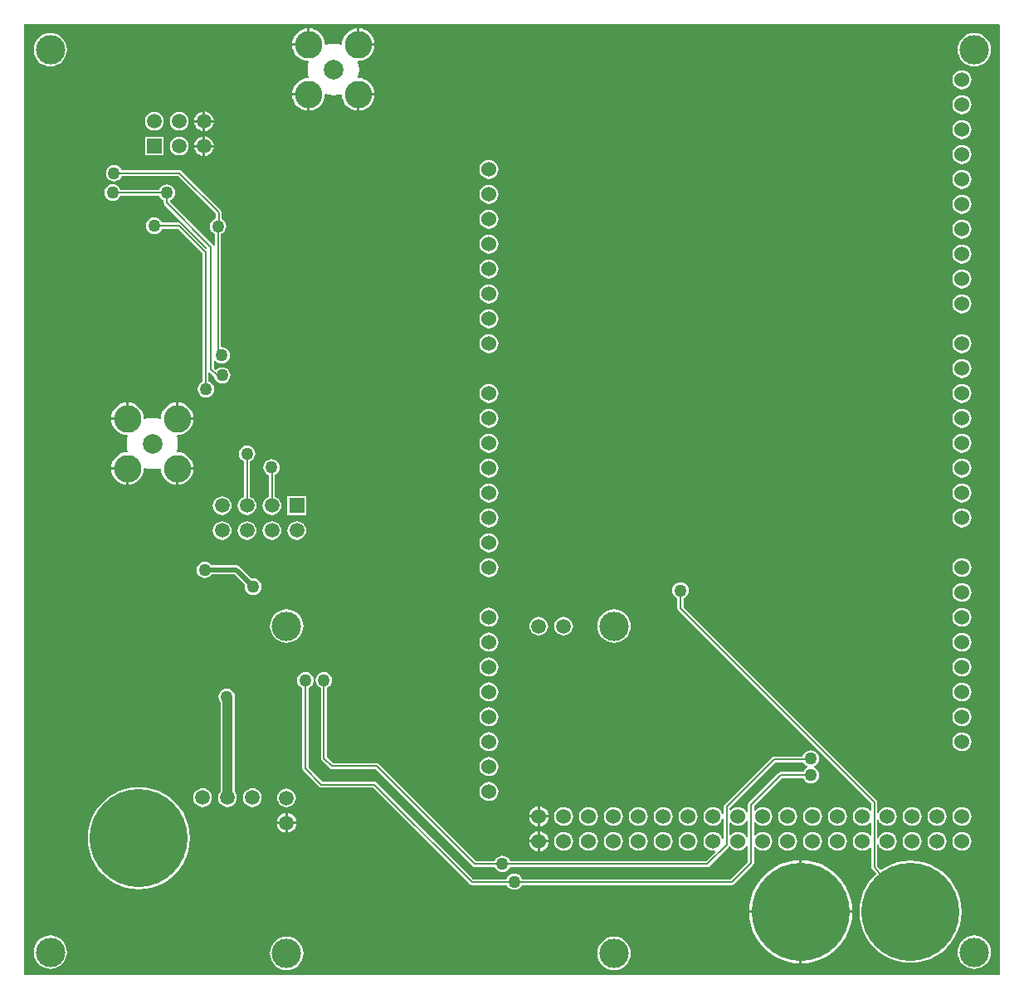
<source format=gbl>
G04 Layer_Physical_Order=2*
G04 Layer_Color=16711680*
%FSLAX25Y25*%
%MOIN*%
G70*
G01*
G75*
%ADD22C,0.03937*%
%ADD23C,0.00787*%
%ADD27C,0.01969*%
%ADD30C,0.05906*%
%ADD31R,0.05906X0.05906*%
%ADD32C,0.06000*%
%ADD33C,0.07874*%
%ADD34C,0.11024*%
%ADD35C,0.11811*%
%ADD36C,0.39370*%
%ADD37C,0.05000*%
G36*
X393307Y384391D02*
X393307Y2559D01*
X1732Y2559D01*
X1378Y2913D01*
X1378Y384744D01*
X392954Y384744D01*
X393307Y384391D01*
D02*
G37*
%LPC*%
G36*
X264941Y160481D02*
X264083Y160368D01*
X263283Y160037D01*
X262596Y159510D01*
X262070Y158823D01*
X261738Y158024D01*
X261625Y157165D01*
X261738Y156307D01*
X262070Y155508D01*
X262596Y154821D01*
X263283Y154294D01*
X263737Y154106D01*
Y149921D01*
X263737Y149921D01*
X263828Y149460D01*
X264089Y149070D01*
X341611Y71548D01*
Y68743D01*
X341111Y68573D01*
X340752Y69040D01*
X339961Y69647D01*
X339040Y70029D01*
X338051Y70159D01*
X337063Y70029D01*
X336141Y69647D01*
X335350Y69040D01*
X334743Y68249D01*
X334361Y67327D01*
X334231Y66339D01*
X334361Y65350D01*
X334743Y64429D01*
X335350Y63638D01*
X336141Y63030D01*
X337063Y62649D01*
X338051Y62519D01*
X339040Y62649D01*
X339961Y63030D01*
X340752Y63638D01*
X341111Y64104D01*
X341611Y63935D01*
Y58743D01*
X341111Y58573D01*
X340752Y59040D01*
X339961Y59647D01*
X339040Y60029D01*
X338051Y60159D01*
X337063Y60029D01*
X336141Y59647D01*
X335350Y59040D01*
X334743Y58249D01*
X334361Y57327D01*
X334231Y56339D01*
X334361Y55350D01*
X334743Y54429D01*
X335350Y53637D01*
X336141Y53030D01*
X337063Y52649D01*
X338051Y52519D01*
X339040Y52649D01*
X339961Y53030D01*
X340752Y53637D01*
X341111Y54105D01*
X341611Y53935D01*
Y45965D01*
X341643Y45805D01*
X341655Y45642D01*
X341688Y45576D01*
X341702Y45504D01*
X341793Y45368D01*
X341866Y45223D01*
X343472Y43169D01*
X342776Y42559D01*
X341007Y40541D01*
X339516Y38309D01*
X338329Y35903D01*
X337466Y33361D01*
X336943Y30729D01*
X336767Y28051D01*
X336943Y25373D01*
X337466Y22741D01*
X338329Y20200D01*
X339516Y17793D01*
X341007Y15562D01*
X342776Y13544D01*
X344794Y11774D01*
X347025Y10284D01*
X349432Y9097D01*
X351974Y8234D01*
X354606Y7710D01*
X357284Y7535D01*
X359962Y7710D01*
X362594Y8234D01*
X365135Y9097D01*
X367542Y10284D01*
X369773Y11774D01*
X371791Y13544D01*
X373560Y15562D01*
X375051Y17793D01*
X376238Y20200D01*
X377101Y22741D01*
X377625Y25373D01*
X377800Y28051D01*
X377625Y30729D01*
X377101Y33361D01*
X376238Y35903D01*
X375051Y38309D01*
X373560Y40541D01*
X371791Y42559D01*
X369773Y44328D01*
X367542Y45819D01*
X365135Y47006D01*
X362594Y47869D01*
X359962Y48392D01*
X357284Y48568D01*
X354606Y48392D01*
X351974Y47869D01*
X349432Y47006D01*
X347025Y45819D01*
X345339Y44692D01*
X344019Y46380D01*
Y54869D01*
X344519Y54969D01*
X344743Y54429D01*
X345350Y53637D01*
X346141Y53030D01*
X347062Y52649D01*
X348051Y52519D01*
X349040Y52649D01*
X349961Y53030D01*
X350752Y53637D01*
X351360Y54429D01*
X351741Y55350D01*
X351871Y56339D01*
X351741Y57327D01*
X351360Y58249D01*
X350752Y59040D01*
X349961Y59647D01*
X349040Y60029D01*
X348051Y60159D01*
X347062Y60029D01*
X346141Y59647D01*
X345350Y59040D01*
X344743Y58249D01*
X344519Y57709D01*
X344019Y57808D01*
Y64869D01*
X344519Y64969D01*
X344743Y64429D01*
X345350Y63638D01*
X346141Y63030D01*
X347062Y62649D01*
X348051Y62519D01*
X349040Y62649D01*
X349961Y63030D01*
X350752Y63638D01*
X351360Y64429D01*
X351741Y65350D01*
X351871Y66339D01*
X351741Y67327D01*
X351360Y68249D01*
X350752Y69040D01*
X349961Y69647D01*
X349040Y70029D01*
X348051Y70159D01*
X347062Y70029D01*
X346141Y69647D01*
X345350Y69040D01*
X344743Y68249D01*
X344519Y67709D01*
X344019Y67808D01*
Y72047D01*
X343928Y72508D01*
X343667Y72899D01*
X266145Y150420D01*
Y154106D01*
X266599Y154294D01*
X267286Y154821D01*
X267813Y155508D01*
X268144Y156307D01*
X268257Y157165D01*
X268144Y158024D01*
X267813Y158823D01*
X267286Y159510D01*
X266599Y160037D01*
X265799Y160368D01*
X264941Y160481D01*
D02*
G37*
G36*
X106693Y77591D02*
X105717Y77463D01*
X104807Y77086D01*
X104025Y76486D01*
X103426Y75705D01*
X103049Y74795D01*
X102921Y73819D01*
X103049Y72843D01*
X103426Y71933D01*
X104025Y71152D01*
X104807Y70552D01*
X105717Y70175D01*
X106693Y70047D01*
X107669Y70175D01*
X108579Y70552D01*
X109361Y71152D01*
X109960Y71933D01*
X110337Y72843D01*
X110465Y73819D01*
X110337Y74795D01*
X109960Y75705D01*
X109361Y76486D01*
X108579Y77086D01*
X107669Y77463D01*
X106693Y77591D01*
D02*
G37*
G36*
X207551Y70307D02*
X207007Y70236D01*
X206034Y69833D01*
X205198Y69192D01*
X204557Y68356D01*
X204154Y67383D01*
X204082Y66839D01*
X207551D01*
Y70307D01*
D02*
G37*
G36*
X208551D02*
Y66839D01*
X212020D01*
X211948Y67383D01*
X211545Y68356D01*
X210904Y69192D01*
X210068Y69833D01*
X209095Y70236D01*
X208551Y70307D01*
D02*
G37*
G36*
X92966Y77647D02*
X91989Y77519D01*
X91079Y77142D01*
X90298Y76542D01*
X89698Y75761D01*
X89322Y74851D01*
X89193Y73875D01*
X89322Y72898D01*
X89698Y71989D01*
X90298Y71207D01*
X91079Y70608D01*
X91989Y70231D01*
X92966Y70102D01*
X93942Y70231D01*
X94852Y70608D01*
X95633Y71207D01*
X96232Y71989D01*
X96609Y72898D01*
X96738Y73875D01*
X96609Y74851D01*
X96232Y75761D01*
X95633Y76542D01*
X94852Y77142D01*
X93942Y77519D01*
X92966Y77647D01*
D02*
G37*
G36*
X187992Y80178D02*
X187003Y80048D01*
X186082Y79667D01*
X185291Y79059D01*
X184684Y78268D01*
X184302Y77347D01*
X184172Y76358D01*
X184302Y75370D01*
X184684Y74448D01*
X185291Y73657D01*
X186082Y73050D01*
X187003Y72668D01*
X187992Y72538D01*
X188981Y72668D01*
X189902Y73050D01*
X190693Y73657D01*
X191300Y74448D01*
X191682Y75370D01*
X191812Y76358D01*
X191682Y77347D01*
X191300Y78268D01*
X190693Y79059D01*
X189902Y79667D01*
X188981Y80048D01*
X187992Y80178D01*
D02*
G37*
G36*
X72966Y77647D02*
X71989Y77519D01*
X71079Y77142D01*
X70298Y76542D01*
X69699Y75761D01*
X69322Y74851D01*
X69193Y73875D01*
X69322Y72898D01*
X69699Y71989D01*
X70298Y71207D01*
X71079Y70608D01*
X71989Y70231D01*
X72966Y70102D01*
X73942Y70231D01*
X74852Y70608D01*
X75633Y71207D01*
X76232Y71989D01*
X76609Y72898D01*
X76738Y73875D01*
X76609Y74851D01*
X76232Y75761D01*
X75633Y76542D01*
X74852Y77142D01*
X73942Y77519D01*
X72966Y77647D01*
D02*
G37*
G36*
X82677Y117686D02*
X81819Y117573D01*
X81019Y117242D01*
X80333Y116715D01*
X79806Y116028D01*
X79474Y115228D01*
X79361Y114370D01*
X79474Y113512D01*
X79806Y112712D01*
X80192Y112208D01*
X80186Y76397D01*
X79698Y75761D01*
X79322Y74851D01*
X79193Y73875D01*
X79322Y72898D01*
X79698Y71989D01*
X80298Y71207D01*
X81079Y70608D01*
X81989Y70231D01*
X82965Y70102D01*
X83942Y70231D01*
X84852Y70608D01*
X85633Y71207D01*
X86233Y71989D01*
X86609Y72898D01*
X86738Y73875D01*
X86609Y74851D01*
X86233Y75761D01*
X85746Y76395D01*
X85752Y113203D01*
X85880Y113512D01*
X85993Y114370D01*
X85880Y115228D01*
X85549Y116028D01*
X85022Y116715D01*
X84335Y117242D01*
X83535Y117573D01*
X82677Y117686D01*
D02*
G37*
G36*
X107193Y67740D02*
Y64319D01*
X110614D01*
X110544Y64851D01*
X110146Y65812D01*
X109512Y66638D01*
X108686Y67272D01*
X107725Y67670D01*
X107193Y67740D01*
D02*
G37*
G36*
X318051Y70159D02*
X317062Y70029D01*
X316141Y69647D01*
X315350Y69040D01*
X314743Y68249D01*
X314361Y67327D01*
X314231Y66339D01*
X314361Y65350D01*
X314743Y64429D01*
X315350Y63638D01*
X316141Y63030D01*
X317062Y62649D01*
X318051Y62519D01*
X319040Y62649D01*
X319961Y63030D01*
X320752Y63638D01*
X321359Y64429D01*
X321741Y65350D01*
X321871Y66339D01*
X321741Y67327D01*
X321359Y68249D01*
X320752Y69040D01*
X319961Y69647D01*
X319040Y70029D01*
X318051Y70159D01*
D02*
G37*
G36*
X328051D02*
X327063Y70029D01*
X326141Y69647D01*
X325350Y69040D01*
X324743Y68249D01*
X324361Y67327D01*
X324231Y66339D01*
X324361Y65350D01*
X324743Y64429D01*
X325350Y63638D01*
X326141Y63030D01*
X327063Y62649D01*
X328051Y62519D01*
X329040Y62649D01*
X329961Y63030D01*
X330752Y63638D01*
X331360Y64429D01*
X331741Y65350D01*
X331871Y66339D01*
X331741Y67327D01*
X331360Y68249D01*
X330752Y69040D01*
X329961Y69647D01*
X329040Y70029D01*
X328051Y70159D01*
D02*
G37*
G36*
X268051D02*
X267062Y70029D01*
X266141Y69647D01*
X265350Y69040D01*
X264743Y68249D01*
X264361Y67327D01*
X264231Y66339D01*
X264361Y65350D01*
X264743Y64429D01*
X265350Y63638D01*
X266141Y63030D01*
X267062Y62649D01*
X268051Y62519D01*
X269040Y62649D01*
X269961Y63030D01*
X270752Y63638D01*
X271359Y64429D01*
X271741Y65350D01*
X271871Y66339D01*
X271741Y67327D01*
X271359Y68249D01*
X270752Y69040D01*
X269961Y69647D01*
X269040Y70029D01*
X268051Y70159D01*
D02*
G37*
G36*
X308051D02*
X307063Y70029D01*
X306141Y69647D01*
X305350Y69040D01*
X304743Y68249D01*
X304361Y67327D01*
X304231Y66339D01*
X304361Y65350D01*
X304743Y64429D01*
X305350Y63638D01*
X306141Y63030D01*
X307063Y62649D01*
X308051Y62519D01*
X309040Y62649D01*
X309961Y63030D01*
X310752Y63638D01*
X311360Y64429D01*
X311741Y65350D01*
X311871Y66339D01*
X311741Y67327D01*
X311360Y68249D01*
X310752Y69040D01*
X309961Y69647D01*
X309040Y70029D01*
X308051Y70159D01*
D02*
G37*
G36*
X378051D02*
X377063Y70029D01*
X376141Y69647D01*
X375350Y69040D01*
X374743Y68249D01*
X374361Y67327D01*
X374231Y66339D01*
X374361Y65350D01*
X374743Y64429D01*
X375350Y63638D01*
X376141Y63030D01*
X377063Y62649D01*
X378051Y62519D01*
X379040Y62649D01*
X379961Y63030D01*
X380752Y63638D01*
X381360Y64429D01*
X381741Y65350D01*
X381871Y66339D01*
X381741Y67327D01*
X381360Y68249D01*
X380752Y69040D01*
X379961Y69647D01*
X379040Y70029D01*
X378051Y70159D01*
D02*
G37*
G36*
X106193Y67740D02*
X105661Y67670D01*
X104700Y67272D01*
X103874Y66638D01*
X103240Y65812D01*
X102842Y64851D01*
X102772Y64319D01*
X106193D01*
Y67740D01*
D02*
G37*
G36*
X358051Y70159D02*
X357063Y70029D01*
X356141Y69647D01*
X355350Y69040D01*
X354743Y68249D01*
X354361Y67327D01*
X354231Y66339D01*
X354361Y65350D01*
X354743Y64429D01*
X355350Y63638D01*
X356141Y63030D01*
X357063Y62649D01*
X358051Y62519D01*
X359040Y62649D01*
X359961Y63030D01*
X360752Y63638D01*
X361360Y64429D01*
X361741Y65350D01*
X361871Y66339D01*
X361741Y67327D01*
X361360Y68249D01*
X360752Y69040D01*
X359961Y69647D01*
X359040Y70029D01*
X358051Y70159D01*
D02*
G37*
G36*
X368051D02*
X367062Y70029D01*
X366141Y69647D01*
X365350Y69040D01*
X364743Y68249D01*
X364361Y67327D01*
X364231Y66339D01*
X364361Y65350D01*
X364743Y64429D01*
X365350Y63638D01*
X366141Y63030D01*
X367062Y62649D01*
X368051Y62519D01*
X369040Y62649D01*
X369961Y63030D01*
X370752Y63638D01*
X371359Y64429D01*
X371741Y65350D01*
X371871Y66339D01*
X371741Y67327D01*
X371359Y68249D01*
X370752Y69040D01*
X369961Y69647D01*
X369040Y70029D01*
X368051Y70159D01*
D02*
G37*
G36*
X106693Y149540D02*
X105381Y149411D01*
X104119Y149028D01*
X102957Y148407D01*
X101937Y147571D01*
X101101Y146551D01*
X100480Y145389D01*
X100097Y144127D01*
X99968Y142815D01*
X100097Y141503D01*
X100480Y140241D01*
X101101Y139079D01*
X101937Y138059D01*
X102957Y137223D01*
X104119Y136602D01*
X105381Y136219D01*
X106693Y136090D01*
X108005Y136219D01*
X109267Y136602D01*
X110429Y137223D01*
X111449Y138059D01*
X112285Y139079D01*
X112906Y140241D01*
X113289Y141503D01*
X113418Y142815D01*
X113289Y144127D01*
X112906Y145389D01*
X112285Y146551D01*
X111449Y147571D01*
X110429Y148407D01*
X109267Y149028D01*
X108005Y149411D01*
X106693Y149540D01*
D02*
G37*
G36*
X238189D02*
X236877Y149411D01*
X235615Y149028D01*
X234453Y148407D01*
X233434Y147571D01*
X232597Y146551D01*
X231976Y145389D01*
X231593Y144127D01*
X231464Y142815D01*
X231593Y141503D01*
X231976Y140241D01*
X232597Y139079D01*
X233434Y138059D01*
X234453Y137223D01*
X235615Y136602D01*
X236877Y136219D01*
X238189Y136090D01*
X239501Y136219D01*
X240763Y136602D01*
X241925Y137223D01*
X242945Y138059D01*
X243781Y139079D01*
X244402Y140241D01*
X244785Y141503D01*
X244914Y142815D01*
X244785Y144127D01*
X244402Y145389D01*
X243781Y146551D01*
X242945Y147571D01*
X241925Y148407D01*
X240763Y149028D01*
X239501Y149411D01*
X238189Y149540D01*
D02*
G37*
G36*
X378051Y140159D02*
X377063Y140029D01*
X376141Y139647D01*
X375350Y139040D01*
X374743Y138249D01*
X374361Y137327D01*
X374231Y136339D01*
X374361Y135350D01*
X374743Y134429D01*
X375350Y133637D01*
X376141Y133030D01*
X377063Y132649D01*
X378051Y132519D01*
X379040Y132649D01*
X379961Y133030D01*
X380752Y133637D01*
X381360Y134429D01*
X381741Y135350D01*
X381871Y136339D01*
X381741Y137327D01*
X381360Y138249D01*
X380752Y139040D01*
X379961Y139647D01*
X379040Y140029D01*
X378051Y140159D01*
D02*
G37*
G36*
X187992Y140178D02*
X187003Y140048D01*
X186082Y139667D01*
X185291Y139059D01*
X184684Y138268D01*
X184302Y137347D01*
X184172Y136358D01*
X184302Y135370D01*
X184684Y134448D01*
X185291Y133657D01*
X186082Y133050D01*
X187003Y132668D01*
X187992Y132538D01*
X188981Y132668D01*
X189902Y133050D01*
X190693Y133657D01*
X191300Y134448D01*
X191682Y135370D01*
X191812Y136358D01*
X191682Y137347D01*
X191300Y138268D01*
X190693Y139059D01*
X189902Y139667D01*
X188981Y140048D01*
X187992Y140178D01*
D02*
G37*
G36*
X378051Y150159D02*
X377063Y150029D01*
X376141Y149647D01*
X375350Y149040D01*
X374743Y148249D01*
X374361Y147327D01*
X374231Y146339D01*
X374361Y145350D01*
X374743Y144429D01*
X375350Y143637D01*
X376141Y143030D01*
X377063Y142649D01*
X378051Y142519D01*
X379040Y142649D01*
X379961Y143030D01*
X380752Y143637D01*
X381360Y144429D01*
X381741Y145350D01*
X381871Y146339D01*
X381741Y147327D01*
X381360Y148249D01*
X380752Y149040D01*
X379961Y149647D01*
X379040Y150029D01*
X378051Y150159D01*
D02*
G37*
G36*
X187992Y150178D02*
X187003Y150048D01*
X186082Y149667D01*
X185291Y149059D01*
X184684Y148268D01*
X184302Y147347D01*
X184172Y146358D01*
X184302Y145370D01*
X184684Y144448D01*
X185291Y143657D01*
X186082Y143050D01*
X187003Y142668D01*
X187992Y142538D01*
X188981Y142668D01*
X189902Y143050D01*
X190693Y143657D01*
X191300Y144448D01*
X191682Y145370D01*
X191812Y146358D01*
X191682Y147347D01*
X191300Y148268D01*
X190693Y149059D01*
X189902Y149667D01*
X188981Y150048D01*
X187992Y150178D01*
D02*
G37*
G36*
X208012Y146587D02*
X207035Y146459D01*
X206126Y146082D01*
X205344Y145483D01*
X204745Y144701D01*
X204368Y143791D01*
X204240Y142815D01*
X204368Y141839D01*
X204745Y140929D01*
X205344Y140147D01*
X206126Y139548D01*
X207035Y139171D01*
X208012Y139043D01*
X208988Y139171D01*
X209898Y139548D01*
X210679Y140147D01*
X211279Y140929D01*
X211656Y141839D01*
X211784Y142815D01*
X211656Y143791D01*
X211279Y144701D01*
X210679Y145483D01*
X209898Y146082D01*
X208988Y146459D01*
X208012Y146587D01*
D02*
G37*
G36*
X217972D02*
X216996Y146459D01*
X216086Y146082D01*
X215305Y145483D01*
X214705Y144701D01*
X214329Y143791D01*
X214200Y142815D01*
X214329Y141839D01*
X214705Y140929D01*
X215305Y140147D01*
X216086Y139548D01*
X216996Y139171D01*
X217972Y139043D01*
X218949Y139171D01*
X219859Y139548D01*
X220640Y140147D01*
X221239Y140929D01*
X221616Y141839D01*
X221745Y142815D01*
X221616Y143791D01*
X221239Y144701D01*
X220640Y145483D01*
X219859Y146082D01*
X218949Y146459D01*
X217972Y146587D01*
D02*
G37*
G36*
X187992Y130178D02*
X187003Y130048D01*
X186082Y129667D01*
X185291Y129060D01*
X184684Y128268D01*
X184302Y127347D01*
X184172Y126358D01*
X184302Y125370D01*
X184684Y124448D01*
X185291Y123657D01*
X186082Y123050D01*
X187003Y122668D01*
X187992Y122538D01*
X188981Y122668D01*
X189902Y123050D01*
X190693Y123657D01*
X191300Y124448D01*
X191682Y125370D01*
X191812Y126358D01*
X191682Y127347D01*
X191300Y128268D01*
X190693Y129060D01*
X189902Y129667D01*
X188981Y130048D01*
X187992Y130178D01*
D02*
G37*
G36*
Y100178D02*
X187003Y100048D01*
X186082Y99667D01*
X185291Y99059D01*
X184684Y98268D01*
X184302Y97347D01*
X184172Y96358D01*
X184302Y95370D01*
X184684Y94448D01*
X185291Y93657D01*
X186082Y93050D01*
X187003Y92668D01*
X187992Y92538D01*
X188981Y92668D01*
X189902Y93050D01*
X190693Y93657D01*
X191300Y94448D01*
X191682Y95370D01*
X191812Y96358D01*
X191682Y97347D01*
X191300Y98268D01*
X190693Y99059D01*
X189902Y99667D01*
X188981Y100048D01*
X187992Y100178D01*
D02*
G37*
G36*
X378051Y110159D02*
X377063Y110029D01*
X376141Y109647D01*
X375350Y109040D01*
X374743Y108249D01*
X374361Y107327D01*
X374231Y106339D01*
X374361Y105350D01*
X374743Y104429D01*
X375350Y103637D01*
X376141Y103030D01*
X377063Y102649D01*
X378051Y102519D01*
X379040Y102649D01*
X379961Y103030D01*
X380752Y103637D01*
X381360Y104429D01*
X381741Y105350D01*
X381871Y106339D01*
X381741Y107327D01*
X381360Y108249D01*
X380752Y109040D01*
X379961Y109647D01*
X379040Y110029D01*
X378051Y110159D01*
D02*
G37*
G36*
X187992Y90178D02*
X187003Y90048D01*
X186082Y89667D01*
X185291Y89060D01*
X184684Y88268D01*
X184302Y87347D01*
X184172Y86358D01*
X184302Y85370D01*
X184684Y84448D01*
X185291Y83657D01*
X186082Y83050D01*
X187003Y82668D01*
X187992Y82538D01*
X188981Y82668D01*
X189902Y83050D01*
X190693Y83657D01*
X191300Y84448D01*
X191682Y85370D01*
X191812Y86358D01*
X191682Y87347D01*
X191300Y88268D01*
X190693Y89060D01*
X189902Y89667D01*
X188981Y90048D01*
X187992Y90178D01*
D02*
G37*
G36*
X378051Y100159D02*
X377063Y100029D01*
X376141Y99647D01*
X375350Y99040D01*
X374743Y98249D01*
X374361Y97327D01*
X374231Y96339D01*
X374361Y95350D01*
X374743Y94429D01*
X375350Y93637D01*
X376141Y93030D01*
X377063Y92649D01*
X378051Y92519D01*
X379040Y92649D01*
X379961Y93030D01*
X380752Y93637D01*
X381360Y94429D01*
X381741Y95350D01*
X381871Y96339D01*
X381741Y97327D01*
X381360Y98249D01*
X380752Y99040D01*
X379961Y99647D01*
X379040Y100029D01*
X378051Y100159D01*
D02*
G37*
G36*
X187992Y120178D02*
X187003Y120048D01*
X186082Y119667D01*
X185291Y119060D01*
X184684Y118268D01*
X184302Y117347D01*
X184172Y116358D01*
X184302Y115370D01*
X184684Y114448D01*
X185291Y113657D01*
X186082Y113050D01*
X187003Y112668D01*
X187992Y112538D01*
X188981Y112668D01*
X189902Y113050D01*
X190693Y113657D01*
X191300Y114448D01*
X191682Y115370D01*
X191812Y116358D01*
X191682Y117347D01*
X191300Y118268D01*
X190693Y119060D01*
X189902Y119667D01*
X188981Y120048D01*
X187992Y120178D01*
D02*
G37*
G36*
X378051Y130159D02*
X377063Y130028D01*
X376141Y129647D01*
X375350Y129040D01*
X374743Y128249D01*
X374361Y127327D01*
X374231Y126339D01*
X374361Y125350D01*
X374743Y124429D01*
X375350Y123637D01*
X376141Y123030D01*
X377063Y122649D01*
X378051Y122519D01*
X379040Y122649D01*
X379961Y123030D01*
X380752Y123637D01*
X381360Y124429D01*
X381741Y125350D01*
X381871Y126339D01*
X381741Y127327D01*
X381360Y128249D01*
X380752Y129040D01*
X379961Y129647D01*
X379040Y130028D01*
X378051Y130159D01*
D02*
G37*
G36*
X187992Y110178D02*
X187003Y110048D01*
X186082Y109667D01*
X185291Y109060D01*
X184684Y108268D01*
X184302Y107347D01*
X184172Y106358D01*
X184302Y105370D01*
X184684Y104448D01*
X185291Y103657D01*
X186082Y103050D01*
X187003Y102668D01*
X187992Y102538D01*
X188981Y102668D01*
X189902Y103050D01*
X190693Y103657D01*
X191300Y104448D01*
X191682Y105370D01*
X191812Y106358D01*
X191682Y107347D01*
X191300Y108268D01*
X190693Y109060D01*
X189902Y109667D01*
X188981Y110048D01*
X187992Y110178D01*
D02*
G37*
G36*
X378051Y120159D02*
X377063Y120028D01*
X376141Y119647D01*
X375350Y119040D01*
X374743Y118249D01*
X374361Y117327D01*
X374231Y116339D01*
X374361Y115350D01*
X374743Y114429D01*
X375350Y113637D01*
X376141Y113030D01*
X377063Y112649D01*
X378051Y112519D01*
X379040Y112649D01*
X379961Y113030D01*
X380752Y113637D01*
X381360Y114429D01*
X381741Y115350D01*
X381871Y116339D01*
X381741Y117327D01*
X381360Y118249D01*
X380752Y119040D01*
X379961Y119647D01*
X379040Y120028D01*
X378051Y120159D01*
D02*
G37*
G36*
X258051Y70159D02*
X257063Y70029D01*
X256141Y69647D01*
X255350Y69040D01*
X254743Y68249D01*
X254361Y67327D01*
X254231Y66339D01*
X254361Y65350D01*
X254743Y64429D01*
X255350Y63638D01*
X256141Y63030D01*
X257063Y62649D01*
X258051Y62519D01*
X259040Y62649D01*
X259961Y63030D01*
X260752Y63638D01*
X261360Y64429D01*
X261741Y65350D01*
X261871Y66339D01*
X261741Y67327D01*
X261360Y68249D01*
X260752Y69040D01*
X259961Y69647D01*
X259040Y70029D01*
X258051Y70159D01*
D02*
G37*
G36*
X212020Y55839D02*
X208551D01*
Y52370D01*
X209095Y52442D01*
X210068Y52845D01*
X210904Y53486D01*
X211545Y54321D01*
X211948Y55295D01*
X212020Y55839D01*
D02*
G37*
G36*
X218051Y60159D02*
X217062Y60029D01*
X216141Y59647D01*
X215350Y59040D01*
X214743Y58249D01*
X214361Y57327D01*
X214231Y56339D01*
X214361Y55350D01*
X214743Y54429D01*
X215350Y53637D01*
X216141Y53030D01*
X217062Y52649D01*
X218051Y52519D01*
X219040Y52649D01*
X219961Y53030D01*
X220752Y53637D01*
X221359Y54429D01*
X221741Y55350D01*
X221871Y56339D01*
X221741Y57327D01*
X221359Y58249D01*
X220752Y59040D01*
X219961Y59647D01*
X219040Y60029D01*
X218051Y60159D01*
D02*
G37*
G36*
X121654Y124379D02*
X120795Y124266D01*
X119996Y123935D01*
X119309Y123408D01*
X118782Y122721D01*
X118451Y121921D01*
X118338Y121063D01*
X118451Y120205D01*
X118782Y119405D01*
X119309Y118719D01*
X119996Y118192D01*
X120449Y118004D01*
Y89764D01*
X120449Y89764D01*
X120541Y89303D01*
X120802Y88912D01*
X124050Y85664D01*
X124050Y85664D01*
X124441Y85403D01*
X124902Y85312D01*
X124902Y85312D01*
X142513D01*
X181481Y46343D01*
X181481Y46343D01*
X181715Y46187D01*
X181872Y46082D01*
X182333Y45991D01*
X190366D01*
X190534Y45586D01*
X191061Y44900D01*
X191748Y44373D01*
X192547Y44041D01*
X193406Y43928D01*
X194264Y44041D01*
X195063Y44373D01*
X195750Y44900D01*
X196277Y45586D01*
X196445Y45991D01*
X275640D01*
X275640Y45991D01*
X276101Y46082D01*
X276491Y46343D01*
X284316Y54168D01*
X284316Y54168D01*
X284329Y54188D01*
X284929Y54186D01*
X285350Y53637D01*
X286141Y53030D01*
X287063Y52649D01*
X288051Y52519D01*
X289040Y52649D01*
X289961Y53030D01*
X290752Y53637D01*
X291359Y54429D01*
X291505Y54779D01*
X292004Y54679D01*
Y48137D01*
X285033Y41165D01*
X201271D01*
X201002Y41815D01*
X200475Y42502D01*
X199788Y43029D01*
X198988Y43360D01*
X198130Y43473D01*
X197272Y43360D01*
X196472Y43029D01*
X195785Y42502D01*
X195258Y41815D01*
X194989Y41165D01*
X181700D01*
X142879Y79985D01*
X142489Y80247D01*
X142028Y80338D01*
X142028Y80338D01*
X121168D01*
X115476Y86030D01*
Y118004D01*
X115930Y118192D01*
X116616Y118719D01*
X117143Y119405D01*
X117474Y120205D01*
X117587Y121063D01*
X117474Y121921D01*
X117143Y122721D01*
X116616Y123408D01*
X115930Y123935D01*
X115130Y124266D01*
X114272Y124379D01*
X113414Y124266D01*
X112614Y123935D01*
X111927Y123408D01*
X111400Y122721D01*
X111069Y121921D01*
X110956Y121063D01*
X111069Y120205D01*
X111400Y119405D01*
X111927Y118719D01*
X112614Y118192D01*
X113067Y118004D01*
Y85532D01*
X113067Y85532D01*
X113159Y85071D01*
X113420Y84680D01*
X119818Y78282D01*
X119818Y78282D01*
X120209Y78021D01*
X120669Y77930D01*
X120669Y77930D01*
X141529D01*
X180349Y39109D01*
X180349Y39109D01*
X180740Y38848D01*
X181201Y38756D01*
X195152D01*
X195258Y38500D01*
X195785Y37813D01*
X196472Y37286D01*
X197272Y36955D01*
X198130Y36842D01*
X198988Y36955D01*
X199788Y37286D01*
X200475Y37813D01*
X201002Y38500D01*
X201108Y38756D01*
X285531D01*
X285532Y38756D01*
X285992Y38848D01*
X286383Y39109D01*
X294060Y46786D01*
X294060Y46786D01*
X294321Y47177D01*
X294413Y47638D01*
X294413Y47638D01*
Y54037D01*
X294913Y54207D01*
X295350Y53637D01*
X296141Y53030D01*
X297062Y52649D01*
X298051Y52519D01*
X299040Y52649D01*
X299961Y53030D01*
X300752Y53637D01*
X301360Y54429D01*
X301741Y55350D01*
X301871Y56339D01*
X301741Y57327D01*
X301360Y58249D01*
X300752Y59040D01*
X299961Y59647D01*
X299040Y60029D01*
X298051Y60159D01*
X297062Y60029D01*
X296141Y59647D01*
X295350Y59040D01*
X294913Y58470D01*
X294413Y58640D01*
Y64037D01*
X294913Y64207D01*
X295350Y63638D01*
X296141Y63030D01*
X297062Y62649D01*
X298051Y62519D01*
X299040Y62649D01*
X299961Y63030D01*
X300752Y63638D01*
X301360Y64429D01*
X301741Y65350D01*
X301871Y66339D01*
X301741Y67327D01*
X301360Y68249D01*
X300752Y69040D01*
X299961Y69647D01*
X299040Y70029D01*
X298051Y70159D01*
X297062Y70029D01*
X296141Y69647D01*
X295350Y69040D01*
X294913Y68470D01*
X294413Y68640D01*
Y70564D01*
X305617Y81768D01*
X314264D01*
X314451Y81315D01*
X314978Y80628D01*
X315665Y80101D01*
X316465Y79770D01*
X317323Y79657D01*
X318181Y79770D01*
X318981Y80101D01*
X319668Y80628D01*
X320194Y81315D01*
X320526Y82114D01*
X320639Y82973D01*
X320526Y83831D01*
X320194Y84630D01*
X319668Y85317D01*
X318981Y85844D01*
X318557Y86019D01*
Y86561D01*
X318882Y86695D01*
X319569Y87222D01*
X320096Y87909D01*
X320427Y88709D01*
X320540Y89567D01*
X320427Y90425D01*
X320096Y91225D01*
X319569Y91912D01*
X318882Y92439D01*
X318083Y92770D01*
X317225Y92883D01*
X316366Y92770D01*
X315567Y92439D01*
X314880Y91912D01*
X314353Y91225D01*
X314043Y90476D01*
X302559D01*
X302559Y90476D01*
X302098Y90384D01*
X301708Y90123D01*
X301708Y90123D01*
X282613Y71029D01*
X282352Y70638D01*
X282260Y70177D01*
X282260Y70177D01*
Y67214D01*
X281760Y67181D01*
X281741Y67327D01*
X281360Y68249D01*
X280752Y69040D01*
X279961Y69647D01*
X279040Y70029D01*
X278051Y70159D01*
X277063Y70029D01*
X276141Y69647D01*
X275350Y69040D01*
X274743Y68249D01*
X274361Y67327D01*
X274231Y66339D01*
X274361Y65350D01*
X274743Y64429D01*
X275350Y63638D01*
X276141Y63030D01*
X277063Y62649D01*
X278051Y62519D01*
X279040Y62649D01*
X279961Y63030D01*
X280752Y63638D01*
X281360Y64429D01*
X281741Y65350D01*
X281760Y65496D01*
X282260Y65464D01*
Y57214D01*
X281760Y57181D01*
X281741Y57327D01*
X281360Y58249D01*
X280752Y59040D01*
X279961Y59647D01*
X279040Y60029D01*
X278051Y60159D01*
X277063Y60029D01*
X276141Y59647D01*
X275350Y59040D01*
X274743Y58249D01*
X274361Y57327D01*
X274231Y56339D01*
X274361Y55350D01*
X274743Y54429D01*
X275350Y53637D01*
X276141Y53030D01*
X277063Y52649D01*
X278051Y52519D01*
X278629Y52595D01*
X278863Y52121D01*
X275141Y48399D01*
X196485D01*
X196277Y48902D01*
X195750Y49589D01*
X195063Y50116D01*
X194264Y50447D01*
X193406Y50560D01*
X192547Y50447D01*
X191748Y50116D01*
X191061Y49589D01*
X190534Y48902D01*
X190326Y48399D01*
X182832D01*
X143863Y87367D01*
X143473Y87628D01*
X143012Y87720D01*
X143012Y87720D01*
X125400D01*
X122858Y90263D01*
Y118004D01*
X123311Y118192D01*
X123998Y118719D01*
X124525Y119405D01*
X124856Y120205D01*
X124969Y121063D01*
X124856Y121921D01*
X124525Y122721D01*
X123998Y123408D01*
X123311Y123935D01*
X122512Y124266D01*
X121654Y124379D01*
D02*
G37*
G36*
X207551Y55839D02*
X204082D01*
X204154Y55295D01*
X204557Y54321D01*
X205198Y53486D01*
X206034Y52845D01*
X207007Y52442D01*
X207551Y52370D01*
Y55839D01*
D02*
G37*
G36*
X248051Y60159D02*
X247062Y60029D01*
X246141Y59647D01*
X245350Y59040D01*
X244743Y58249D01*
X244361Y57327D01*
X244231Y56339D01*
X244361Y55350D01*
X244743Y54429D01*
X245350Y53637D01*
X246141Y53030D01*
X247062Y52649D01*
X248051Y52519D01*
X249040Y52649D01*
X249961Y53030D01*
X250752Y53637D01*
X251360Y54429D01*
X251741Y55350D01*
X251871Y56339D01*
X251741Y57327D01*
X251360Y58249D01*
X250752Y59040D01*
X249961Y59647D01*
X249040Y60029D01*
X248051Y60159D01*
D02*
G37*
G36*
X258051D02*
X257063Y60029D01*
X256141Y59647D01*
X255350Y59040D01*
X254743Y58249D01*
X254361Y57327D01*
X254231Y56339D01*
X254361Y55350D01*
X254743Y54429D01*
X255350Y53637D01*
X256141Y53030D01*
X257063Y52649D01*
X258051Y52519D01*
X259040Y52649D01*
X259961Y53030D01*
X260752Y53637D01*
X261360Y54429D01*
X261741Y55350D01*
X261871Y56339D01*
X261741Y57327D01*
X261360Y58249D01*
X260752Y59040D01*
X259961Y59647D01*
X259040Y60029D01*
X258051Y60159D01*
D02*
G37*
G36*
X228051D02*
X227063Y60029D01*
X226141Y59647D01*
X225350Y59040D01*
X224743Y58249D01*
X224361Y57327D01*
X224231Y56339D01*
X224361Y55350D01*
X224743Y54429D01*
X225350Y53637D01*
X226141Y53030D01*
X227063Y52649D01*
X228051Y52519D01*
X229040Y52649D01*
X229961Y53030D01*
X230752Y53637D01*
X231360Y54429D01*
X231741Y55350D01*
X231871Y56339D01*
X231741Y57327D01*
X231360Y58249D01*
X230752Y59040D01*
X229961Y59647D01*
X229040Y60029D01*
X228051Y60159D01*
D02*
G37*
G36*
X238051D02*
X237063Y60029D01*
X236141Y59647D01*
X235350Y59040D01*
X234743Y58249D01*
X234361Y57327D01*
X234231Y56339D01*
X234361Y55350D01*
X234743Y54429D01*
X235350Y53637D01*
X236141Y53030D01*
X237063Y52649D01*
X238051Y52519D01*
X239040Y52649D01*
X239961Y53030D01*
X240752Y53637D01*
X241359Y54429D01*
X241741Y55350D01*
X241871Y56339D01*
X241741Y57327D01*
X241359Y58249D01*
X240752Y59040D01*
X239961Y59647D01*
X239040Y60029D01*
X238051Y60159D01*
D02*
G37*
G36*
X47343Y78095D02*
X44665Y77920D01*
X42033Y77396D01*
X39491Y76534D01*
X37084Y75346D01*
X34853Y73856D01*
X32835Y72086D01*
X31066Y70068D01*
X29575Y67837D01*
X28388Y65430D01*
X27525Y62889D01*
X27002Y60257D01*
X26826Y57579D01*
X27002Y54901D01*
X27525Y52269D01*
X28388Y49727D01*
X29575Y47321D01*
X31066Y45089D01*
X32835Y43072D01*
X34853Y41302D01*
X37084Y39811D01*
X39491Y38624D01*
X42033Y37762D01*
X44665Y37238D01*
X47343Y37062D01*
X50020Y37238D01*
X52653Y37762D01*
X55194Y38624D01*
X57601Y39811D01*
X59832Y41302D01*
X61850Y43072D01*
X63619Y45089D01*
X65110Y47321D01*
X66297Y49727D01*
X67160Y52269D01*
X67683Y54901D01*
X67859Y57579D01*
X67683Y60257D01*
X67160Y62889D01*
X66297Y65430D01*
X65110Y67837D01*
X63619Y70068D01*
X61850Y72086D01*
X59832Y73856D01*
X57601Y75346D01*
X55194Y76534D01*
X52653Y77396D01*
X50020Y77920D01*
X47343Y78095D01*
D02*
G37*
G36*
X11811Y18536D02*
X10499Y18407D01*
X9237Y18024D01*
X8075Y17403D01*
X7056Y16567D01*
X6219Y15547D01*
X5598Y14385D01*
X5215Y13123D01*
X5086Y11811D01*
X5215Y10499D01*
X5598Y9237D01*
X6219Y8075D01*
X7056Y7056D01*
X8075Y6219D01*
X9237Y5598D01*
X10499Y5215D01*
X11811Y5086D01*
X13123Y5215D01*
X14385Y5598D01*
X15547Y6219D01*
X16567Y7056D01*
X17403Y8075D01*
X18024Y9237D01*
X18407Y10499D01*
X18536Y11811D01*
X18407Y13123D01*
X18024Y14385D01*
X17403Y15547D01*
X16567Y16567D01*
X15547Y17403D01*
X14385Y18024D01*
X13123Y18407D01*
X11811Y18536D01*
D02*
G37*
G36*
X382973D02*
X381661Y18407D01*
X380399Y18024D01*
X379236Y17403D01*
X378217Y16567D01*
X377381Y15547D01*
X376759Y14385D01*
X376377Y13123D01*
X376247Y11811D01*
X376377Y10499D01*
X376759Y9237D01*
X377381Y8075D01*
X378217Y7056D01*
X379236Y6219D01*
X380399Y5598D01*
X381661Y5215D01*
X382973Y5086D01*
X384285Y5215D01*
X385546Y5598D01*
X386709Y6219D01*
X387728Y7056D01*
X388564Y8075D01*
X389186Y9237D01*
X389569Y10499D01*
X389698Y11811D01*
X389569Y13123D01*
X389186Y14385D01*
X388564Y15547D01*
X387728Y16567D01*
X386709Y17403D01*
X385546Y18024D01*
X384285Y18407D01*
X382973Y18536D01*
D02*
G37*
G36*
X106693Y18044D02*
X105381Y17915D01*
X104119Y17532D01*
X102957Y16911D01*
X101937Y16074D01*
X101101Y15055D01*
X100480Y13893D01*
X100097Y12631D01*
X99968Y11319D01*
X100097Y10007D01*
X100480Y8745D01*
X101101Y7583D01*
X101937Y6564D01*
X102957Y5727D01*
X104119Y5106D01*
X105381Y4723D01*
X106693Y4594D01*
X108005Y4723D01*
X109267Y5106D01*
X110429Y5727D01*
X111449Y6564D01*
X112285Y7583D01*
X112906Y8745D01*
X113289Y10007D01*
X113418Y11319D01*
X113289Y12631D01*
X112906Y13893D01*
X112285Y15055D01*
X111449Y16074D01*
X110429Y16911D01*
X109267Y17532D01*
X108005Y17915D01*
X106693Y18044D01*
D02*
G37*
G36*
X238189D02*
X236877Y17915D01*
X235615Y17532D01*
X234453Y16911D01*
X233434Y16074D01*
X232597Y15055D01*
X231976Y13893D01*
X231593Y12631D01*
X231464Y11319D01*
X231593Y10007D01*
X231976Y8745D01*
X232597Y7583D01*
X233434Y6564D01*
X234453Y5727D01*
X235615Y5106D01*
X236877Y4723D01*
X238189Y4594D01*
X239501Y4723D01*
X240763Y5106D01*
X241925Y5727D01*
X242945Y6564D01*
X243781Y7583D01*
X244402Y8745D01*
X244785Y10007D01*
X244914Y11319D01*
X244785Y12631D01*
X244402Y13893D01*
X243781Y15055D01*
X242945Y16074D01*
X241925Y16911D01*
X240763Y17532D01*
X239501Y17915D01*
X238189Y18044D01*
D02*
G37*
G36*
X312697Y48748D02*
X310491Y48603D01*
X307832Y48074D01*
X305264Y47203D01*
X302832Y46003D01*
X300578Y44497D01*
X298539Y42709D01*
X296751Y40670D01*
X295245Y38416D01*
X294045Y35984D01*
X293174Y33416D01*
X292645Y30757D01*
X292500Y28551D01*
X312697D01*
Y48748D01*
D02*
G37*
G36*
X313697D02*
Y28551D01*
X333894D01*
X333749Y30757D01*
X333220Y33416D01*
X332348Y35984D01*
X331149Y38416D01*
X329643Y40670D01*
X327855Y42709D01*
X325816Y44497D01*
X323562Y46003D01*
X321130Y47203D01*
X318562Y48074D01*
X315903Y48603D01*
X313697Y48748D01*
D02*
G37*
G36*
X312697Y27551D02*
X292500D01*
X292645Y25346D01*
X293174Y22686D01*
X294045Y20119D01*
X295245Y17687D01*
X296751Y15432D01*
X298539Y13393D01*
X300578Y11605D01*
X302832Y10099D01*
X305264Y8900D01*
X307832Y8028D01*
X310491Y7499D01*
X312697Y7355D01*
Y27551D01*
D02*
G37*
G36*
X333894D02*
X313697D01*
Y7355D01*
X315903Y7499D01*
X318562Y8028D01*
X321130Y8900D01*
X323562Y10099D01*
X325816Y11605D01*
X327855Y13393D01*
X329643Y15432D01*
X331149Y17687D01*
X332348Y20119D01*
X333220Y22686D01*
X333749Y25346D01*
X333894Y27551D01*
D02*
G37*
G36*
X207551Y65839D02*
X204082D01*
X204154Y65294D01*
X204557Y64322D01*
X205198Y63486D01*
X206034Y62845D01*
X207007Y62442D01*
X207551Y62370D01*
Y65839D01*
D02*
G37*
G36*
X212020D02*
X208551D01*
Y62370D01*
X209095Y62442D01*
X210068Y62845D01*
X210904Y63486D01*
X211545Y64322D01*
X211948Y65294D01*
X212020Y65839D01*
D02*
G37*
G36*
X106193Y63319D02*
X102772D01*
X102842Y62787D01*
X103240Y61826D01*
X103874Y61000D01*
X104700Y60366D01*
X105661Y59968D01*
X106193Y59898D01*
Y63319D01*
D02*
G37*
G36*
X110614D02*
X107193D01*
Y59898D01*
X107725Y59968D01*
X108686Y60366D01*
X109512Y61000D01*
X110146Y61826D01*
X110544Y62787D01*
X110614Y63319D01*
D02*
G37*
G36*
X238051Y70159D02*
X237063Y70029D01*
X236141Y69647D01*
X235350Y69040D01*
X234743Y68249D01*
X234361Y67327D01*
X234231Y66339D01*
X234361Y65350D01*
X234743Y64429D01*
X235350Y63638D01*
X236141Y63030D01*
X237063Y62649D01*
X238051Y62519D01*
X239040Y62649D01*
X239961Y63030D01*
X240752Y63638D01*
X241359Y64429D01*
X241741Y65350D01*
X241871Y66339D01*
X241741Y67327D01*
X241359Y68249D01*
X240752Y69040D01*
X239961Y69647D01*
X239040Y70029D01*
X238051Y70159D01*
D02*
G37*
G36*
X248051D02*
X247062Y70029D01*
X246141Y69647D01*
X245350Y69040D01*
X244743Y68249D01*
X244361Y67327D01*
X244231Y66339D01*
X244361Y65350D01*
X244743Y64429D01*
X245350Y63638D01*
X246141Y63030D01*
X247062Y62649D01*
X248051Y62519D01*
X249040Y62649D01*
X249961Y63030D01*
X250752Y63638D01*
X251360Y64429D01*
X251741Y65350D01*
X251871Y66339D01*
X251741Y67327D01*
X251360Y68249D01*
X250752Y69040D01*
X249961Y69647D01*
X249040Y70029D01*
X248051Y70159D01*
D02*
G37*
G36*
X218051D02*
X217062Y70029D01*
X216141Y69647D01*
X215350Y69040D01*
X214743Y68249D01*
X214361Y67327D01*
X214231Y66339D01*
X214361Y65350D01*
X214743Y64429D01*
X215350Y63638D01*
X216141Y63030D01*
X217062Y62649D01*
X218051Y62519D01*
X219040Y62649D01*
X219961Y63030D01*
X220752Y63638D01*
X221359Y64429D01*
X221741Y65350D01*
X221871Y66339D01*
X221741Y67327D01*
X221359Y68249D01*
X220752Y69040D01*
X219961Y69647D01*
X219040Y70029D01*
X218051Y70159D01*
D02*
G37*
G36*
X228051D02*
X227063Y70029D01*
X226141Y69647D01*
X225350Y69040D01*
X224743Y68249D01*
X224361Y67327D01*
X224231Y66339D01*
X224361Y65350D01*
X224743Y64429D01*
X225350Y63638D01*
X226141Y63030D01*
X227063Y62649D01*
X228051Y62519D01*
X229040Y62649D01*
X229961Y63030D01*
X230752Y63638D01*
X231360Y64429D01*
X231741Y65350D01*
X231871Y66339D01*
X231741Y67327D01*
X231360Y68249D01*
X230752Y69040D01*
X229961Y69647D01*
X229040Y70029D01*
X228051Y70159D01*
D02*
G37*
G36*
X208551Y60307D02*
Y56839D01*
X212020D01*
X211948Y57383D01*
X211545Y58356D01*
X210904Y59192D01*
X210068Y59833D01*
X209095Y60236D01*
X208551Y60307D01*
D02*
G37*
G36*
X318051Y60159D02*
X317062Y60029D01*
X316141Y59647D01*
X315350Y59040D01*
X314743Y58249D01*
X314361Y57327D01*
X314231Y56339D01*
X314361Y55350D01*
X314743Y54429D01*
X315350Y53637D01*
X316141Y53030D01*
X317062Y52649D01*
X318051Y52519D01*
X319040Y52649D01*
X319961Y53030D01*
X320752Y53637D01*
X321359Y54429D01*
X321741Y55350D01*
X321871Y56339D01*
X321741Y57327D01*
X321359Y58249D01*
X320752Y59040D01*
X319961Y59647D01*
X319040Y60029D01*
X318051Y60159D01*
D02*
G37*
G36*
X328051D02*
X327063Y60029D01*
X326141Y59647D01*
X325350Y59040D01*
X324743Y58249D01*
X324361Y57327D01*
X324231Y56339D01*
X324361Y55350D01*
X324743Y54429D01*
X325350Y53637D01*
X326141Y53030D01*
X327063Y52649D01*
X328051Y52519D01*
X329040Y52649D01*
X329961Y53030D01*
X330752Y53637D01*
X331360Y54429D01*
X331741Y55350D01*
X331871Y56339D01*
X331741Y57327D01*
X331360Y58249D01*
X330752Y59040D01*
X329961Y59647D01*
X329040Y60029D01*
X328051Y60159D01*
D02*
G37*
G36*
X268051D02*
X267062Y60029D01*
X266141Y59647D01*
X265350Y59040D01*
X264743Y58249D01*
X264361Y57327D01*
X264231Y56339D01*
X264361Y55350D01*
X264743Y54429D01*
X265350Y53637D01*
X266141Y53030D01*
X267062Y52649D01*
X268051Y52519D01*
X269040Y52649D01*
X269961Y53030D01*
X270752Y53637D01*
X271359Y54429D01*
X271741Y55350D01*
X271871Y56339D01*
X271741Y57327D01*
X271359Y58249D01*
X270752Y59040D01*
X269961Y59647D01*
X269040Y60029D01*
X268051Y60159D01*
D02*
G37*
G36*
X308051D02*
X307063Y60029D01*
X306141Y59647D01*
X305350Y59040D01*
X304743Y58249D01*
X304361Y57327D01*
X304231Y56339D01*
X304361Y55350D01*
X304743Y54429D01*
X305350Y53637D01*
X306141Y53030D01*
X307063Y52649D01*
X308051Y52519D01*
X309040Y52649D01*
X309961Y53030D01*
X310752Y53637D01*
X311360Y54429D01*
X311741Y55350D01*
X311871Y56339D01*
X311741Y57327D01*
X311360Y58249D01*
X310752Y59040D01*
X309961Y59647D01*
X309040Y60029D01*
X308051Y60159D01*
D02*
G37*
G36*
X378051D02*
X377063Y60029D01*
X376141Y59647D01*
X375350Y59040D01*
X374743Y58249D01*
X374361Y57327D01*
X374231Y56339D01*
X374361Y55350D01*
X374743Y54429D01*
X375350Y53637D01*
X376141Y53030D01*
X377063Y52649D01*
X378051Y52519D01*
X379040Y52649D01*
X379961Y53030D01*
X380752Y53637D01*
X381360Y54429D01*
X381741Y55350D01*
X381871Y56339D01*
X381741Y57327D01*
X381360Y58249D01*
X380752Y59040D01*
X379961Y59647D01*
X379040Y60029D01*
X378051Y60159D01*
D02*
G37*
G36*
X207551Y60307D02*
X207007Y60236D01*
X206034Y59833D01*
X205198Y59192D01*
X204557Y58356D01*
X204154Y57383D01*
X204082Y56839D01*
X207551D01*
Y60307D01*
D02*
G37*
G36*
X358051Y60159D02*
X357063Y60029D01*
X356141Y59647D01*
X355350Y59040D01*
X354743Y58249D01*
X354361Y57327D01*
X354231Y56339D01*
X354361Y55350D01*
X354743Y54429D01*
X355350Y53637D01*
X356141Y53030D01*
X357063Y52649D01*
X358051Y52519D01*
X359040Y52649D01*
X359961Y53030D01*
X360752Y53637D01*
X361360Y54429D01*
X361741Y55350D01*
X361871Y56339D01*
X361741Y57327D01*
X361360Y58249D01*
X360752Y59040D01*
X359961Y59647D01*
X359040Y60029D01*
X358051Y60159D01*
D02*
G37*
G36*
X368051D02*
X367062Y60029D01*
X366141Y59647D01*
X365350Y59040D01*
X364743Y58249D01*
X364361Y57327D01*
X364231Y56339D01*
X364361Y55350D01*
X364743Y54429D01*
X365350Y53637D01*
X366141Y53030D01*
X367062Y52649D01*
X368051Y52519D01*
X369040Y52649D01*
X369961Y53030D01*
X370752Y53637D01*
X371359Y54429D01*
X371741Y55350D01*
X371871Y56339D01*
X371741Y57327D01*
X371359Y58249D01*
X370752Y59040D01*
X369961Y59647D01*
X369040Y60029D01*
X368051Y60159D01*
D02*
G37*
G36*
X378051Y326123D02*
X377063Y325993D01*
X376141Y325612D01*
X375350Y325005D01*
X374743Y324213D01*
X374361Y323292D01*
X374231Y322303D01*
X374361Y321315D01*
X374743Y320393D01*
X375350Y319602D01*
X376141Y318995D01*
X377063Y318614D01*
X378051Y318483D01*
X379040Y318614D01*
X379961Y318995D01*
X380752Y319602D01*
X381360Y320393D01*
X381741Y321315D01*
X381871Y322303D01*
X381741Y323292D01*
X381360Y324213D01*
X380752Y325005D01*
X379961Y325612D01*
X379040Y325993D01*
X378051Y326123D01*
D02*
G37*
G36*
X187992Y330100D02*
X187003Y329970D01*
X186082Y329588D01*
X185291Y328981D01*
X184684Y328190D01*
X184302Y327268D01*
X184172Y326280D01*
X184302Y325291D01*
X184684Y324370D01*
X185291Y323578D01*
X186082Y322971D01*
X187003Y322590D01*
X187992Y322460D01*
X188981Y322590D01*
X189902Y322971D01*
X190693Y323578D01*
X191300Y324370D01*
X191682Y325291D01*
X191812Y326280D01*
X191682Y327268D01*
X191300Y328190D01*
X190693Y328981D01*
X189902Y329588D01*
X188981Y329970D01*
X187992Y330100D01*
D02*
G37*
G36*
X378051Y316124D02*
X377063Y315993D01*
X376141Y315612D01*
X375350Y315005D01*
X374743Y314213D01*
X374361Y313292D01*
X374231Y312303D01*
X374361Y311315D01*
X374743Y310393D01*
X375350Y309602D01*
X376141Y308995D01*
X377063Y308613D01*
X378051Y308483D01*
X379040Y308613D01*
X379961Y308995D01*
X380752Y309602D01*
X381360Y310393D01*
X381741Y311315D01*
X381871Y312303D01*
X381741Y313292D01*
X381360Y314213D01*
X380752Y315005D01*
X379961Y315612D01*
X379040Y315993D01*
X378051Y316124D01*
D02*
G37*
G36*
X187992Y320100D02*
X187003Y319970D01*
X186082Y319588D01*
X185291Y318981D01*
X184684Y318190D01*
X184302Y317268D01*
X184172Y316280D01*
X184302Y315291D01*
X184684Y314370D01*
X185291Y313578D01*
X186082Y312971D01*
X187003Y312590D01*
X187992Y312459D01*
X188981Y312590D01*
X189902Y312971D01*
X190693Y313578D01*
X191300Y314370D01*
X191682Y315291D01*
X191812Y316280D01*
X191682Y317268D01*
X191300Y318190D01*
X190693Y318981D01*
X189902Y319588D01*
X188981Y319970D01*
X187992Y320100D01*
D02*
G37*
G36*
X378051Y336123D02*
X377063Y335993D01*
X376141Y335612D01*
X375350Y335005D01*
X374743Y334213D01*
X374361Y333292D01*
X374231Y332303D01*
X374361Y331315D01*
X374743Y330393D01*
X375350Y329602D01*
X376141Y328995D01*
X377063Y328613D01*
X378051Y328483D01*
X379040Y328613D01*
X379961Y328995D01*
X380752Y329602D01*
X381360Y330393D01*
X381741Y331315D01*
X381871Y332303D01*
X381741Y333292D01*
X381360Y334213D01*
X380752Y335005D01*
X379961Y335612D01*
X379040Y335993D01*
X378051Y336123D01*
D02*
G37*
G36*
X63543Y339402D02*
X62567Y339274D01*
X61657Y338897D01*
X60876Y338298D01*
X60276Y337516D01*
X59899Y336606D01*
X59771Y335630D01*
X59899Y334654D01*
X60276Y333744D01*
X60876Y332962D01*
X61657Y332363D01*
X62567Y331986D01*
X63543Y331858D01*
X64520Y331986D01*
X65430Y332363D01*
X66211Y332962D01*
X66810Y333744D01*
X67187Y334654D01*
X67316Y335630D01*
X67187Y336606D01*
X66810Y337516D01*
X66211Y338298D01*
X65430Y338897D01*
X64520Y339274D01*
X63543Y339402D01*
D02*
G37*
G36*
X57284Y339370D02*
X49803D01*
Y331890D01*
X57284D01*
Y339370D01*
D02*
G37*
G36*
X73043Y335130D02*
X69622D01*
X69692Y334598D01*
X70091Y333637D01*
X70724Y332811D01*
X71550Y332177D01*
X72512Y331779D01*
X73043Y331709D01*
Y335130D01*
D02*
G37*
G36*
X77464D02*
X74043D01*
Y331709D01*
X74575Y331779D01*
X75537Y332177D01*
X76363Y332811D01*
X76996Y333637D01*
X77394Y334598D01*
X77464Y335130D01*
D02*
G37*
G36*
X378051Y286123D02*
X377063Y285993D01*
X376141Y285612D01*
X375350Y285005D01*
X374743Y284213D01*
X374361Y283292D01*
X374231Y282303D01*
X374361Y281315D01*
X374743Y280393D01*
X375350Y279602D01*
X376141Y278995D01*
X377063Y278613D01*
X378051Y278483D01*
X379040Y278613D01*
X379961Y278995D01*
X380752Y279602D01*
X381360Y280393D01*
X381741Y281315D01*
X381871Y282303D01*
X381741Y283292D01*
X381360Y284213D01*
X380752Y285005D01*
X379961Y285612D01*
X379040Y285993D01*
X378051Y286123D01*
D02*
G37*
G36*
X187992Y290100D02*
X187003Y289969D01*
X186082Y289588D01*
X185291Y288981D01*
X184684Y288190D01*
X184302Y287268D01*
X184172Y286280D01*
X184302Y285291D01*
X184684Y284369D01*
X185291Y283578D01*
X186082Y282971D01*
X187003Y282590D01*
X187992Y282459D01*
X188981Y282590D01*
X189902Y282971D01*
X190693Y283578D01*
X191300Y284369D01*
X191682Y285291D01*
X191812Y286280D01*
X191682Y287268D01*
X191300Y288190D01*
X190693Y288981D01*
X189902Y289588D01*
X188981Y289969D01*
X187992Y290100D01*
D02*
G37*
G36*
X378051Y276123D02*
X377063Y275993D01*
X376141Y275612D01*
X375350Y275005D01*
X374743Y274213D01*
X374361Y273292D01*
X374231Y272303D01*
X374361Y271315D01*
X374743Y270393D01*
X375350Y269602D01*
X376141Y268995D01*
X377063Y268614D01*
X378051Y268483D01*
X379040Y268614D01*
X379961Y268995D01*
X380752Y269602D01*
X381360Y270393D01*
X381741Y271315D01*
X381871Y272303D01*
X381741Y273292D01*
X381360Y274213D01*
X380752Y275005D01*
X379961Y275612D01*
X379040Y275993D01*
X378051Y276123D01*
D02*
G37*
G36*
X187992Y280100D02*
X187003Y279970D01*
X186082Y279588D01*
X185291Y278981D01*
X184684Y278190D01*
X184302Y277268D01*
X184172Y276280D01*
X184302Y275291D01*
X184684Y274370D01*
X185291Y273578D01*
X186082Y272971D01*
X187003Y272590D01*
X187992Y272460D01*
X188981Y272590D01*
X189902Y272971D01*
X190693Y273578D01*
X191300Y274370D01*
X191682Y275291D01*
X191812Y276280D01*
X191682Y277268D01*
X191300Y278190D01*
X190693Y278981D01*
X189902Y279588D01*
X188981Y279970D01*
X187992Y280100D01*
D02*
G37*
G36*
X378051Y296124D02*
X377063Y295993D01*
X376141Y295612D01*
X375350Y295005D01*
X374743Y294213D01*
X374361Y293292D01*
X374231Y292303D01*
X374361Y291315D01*
X374743Y290393D01*
X375350Y289602D01*
X376141Y288995D01*
X377063Y288614D01*
X378051Y288483D01*
X379040Y288614D01*
X379961Y288995D01*
X380752Y289602D01*
X381360Y290393D01*
X381741Y291315D01*
X381871Y292303D01*
X381741Y293292D01*
X381360Y294213D01*
X380752Y295005D01*
X379961Y295612D01*
X379040Y295993D01*
X378051Y296124D01*
D02*
G37*
G36*
Y306123D02*
X377063Y305993D01*
X376141Y305612D01*
X375350Y305005D01*
X374743Y304213D01*
X374361Y303292D01*
X374231Y302303D01*
X374361Y301315D01*
X374743Y300393D01*
X375350Y299602D01*
X376141Y298995D01*
X377063Y298614D01*
X378051Y298483D01*
X379040Y298614D01*
X379961Y298995D01*
X380752Y299602D01*
X381360Y300393D01*
X381741Y301315D01*
X381871Y302303D01*
X381741Y303292D01*
X381360Y304213D01*
X380752Y305005D01*
X379961Y305612D01*
X379040Y305993D01*
X378051Y306123D01*
D02*
G37*
G36*
X187992Y310100D02*
X187003Y309969D01*
X186082Y309588D01*
X185291Y308981D01*
X184684Y308190D01*
X184302Y307268D01*
X184172Y306280D01*
X184302Y305291D01*
X184684Y304369D01*
X185291Y303578D01*
X186082Y302971D01*
X187003Y302590D01*
X187992Y302460D01*
X188981Y302590D01*
X189902Y302971D01*
X190693Y303578D01*
X191300Y304369D01*
X191682Y305291D01*
X191812Y306280D01*
X191682Y307268D01*
X191300Y308190D01*
X190693Y308981D01*
X189902Y309588D01*
X188981Y309969D01*
X187992Y310100D01*
D02*
G37*
G36*
Y300100D02*
X187003Y299970D01*
X186082Y299588D01*
X185291Y298981D01*
X184684Y298190D01*
X184302Y297268D01*
X184172Y296280D01*
X184302Y295291D01*
X184684Y294370D01*
X185291Y293578D01*
X186082Y292971D01*
X187003Y292590D01*
X187992Y292460D01*
X188981Y292590D01*
X189902Y292971D01*
X190693Y293578D01*
X191300Y294370D01*
X191682Y295291D01*
X191812Y296280D01*
X191682Y297268D01*
X191300Y298190D01*
X190693Y298981D01*
X189902Y299588D01*
X188981Y299970D01*
X187992Y300100D01*
D02*
G37*
G36*
X37402Y328119D02*
X36544Y328006D01*
X35744Y327675D01*
X35057Y327148D01*
X34530Y326461D01*
X34199Y325661D01*
X34086Y324803D01*
X34199Y323945D01*
X34530Y323145D01*
X35057Y322459D01*
X35744Y321932D01*
X36544Y321600D01*
X37402Y321487D01*
X38260Y321600D01*
X39059Y321932D01*
X39746Y322459D01*
X40273Y323145D01*
X40461Y323599D01*
X63084D01*
X78225Y308458D01*
Y306627D01*
X77476Y306316D01*
X76789Y305790D01*
X76262Y305103D01*
X75931Y304303D01*
X75818Y303445D01*
X75931Y302587D01*
X76262Y301787D01*
X76789Y301100D01*
X77476Y300573D01*
X77930Y300385D01*
Y295714D01*
X77876Y295692D01*
X77430Y295631D01*
X77229Y295930D01*
X77229Y295930D01*
X59767Y313393D01*
Y313870D01*
X60221Y314058D01*
X60908Y314585D01*
X61435Y315271D01*
X61766Y316071D01*
X61879Y316929D01*
X61766Y317787D01*
X61435Y318587D01*
X60908Y319274D01*
X60221Y319801D01*
X59421Y320132D01*
X58563Y320245D01*
X57705Y320132D01*
X56905Y319801D01*
X56218Y319274D01*
X55691Y318587D01*
X55504Y318133D01*
X39911D01*
X39683Y318686D01*
X39156Y319372D01*
X38469Y319899D01*
X37669Y320230D01*
X36811Y320343D01*
X35953Y320230D01*
X35153Y319899D01*
X34466Y319372D01*
X33939Y318686D01*
X33608Y317886D01*
X33495Y317028D01*
X33608Y316170D01*
X33939Y315370D01*
X34466Y314683D01*
X35153Y314156D01*
X35953Y313825D01*
X36811Y313712D01*
X37669Y313825D01*
X38469Y314156D01*
X39156Y314683D01*
X39683Y315370D01*
X39830Y315725D01*
X55504D01*
X55691Y315271D01*
X56218Y314585D01*
X56905Y314058D01*
X57359Y313870D01*
Y312894D01*
X57359Y312894D01*
X57450Y312433D01*
X57711Y312042D01*
X74945Y294809D01*
X74910Y294626D01*
X74369Y294460D01*
X64336Y304493D01*
X63945Y304754D01*
X63484Y304846D01*
X63484Y304846D01*
X56603D01*
X56415Y305300D01*
X55888Y305986D01*
X55201Y306513D01*
X54401Y306845D01*
X53543Y306958D01*
X52685Y306845D01*
X51885Y306513D01*
X51199Y305986D01*
X50672Y305300D01*
X50341Y304500D01*
X50228Y303642D01*
X50341Y302784D01*
X50672Y301984D01*
X51199Y301297D01*
X51885Y300770D01*
X52685Y300439D01*
X53543Y300326D01*
X54401Y300439D01*
X55201Y300770D01*
X55888Y301297D01*
X56415Y301984D01*
X56603Y302438D01*
X62985D01*
X72910Y292513D01*
Y240970D01*
X72653Y240864D01*
X71966Y240337D01*
X71439Y239650D01*
X71108Y238850D01*
X70995Y237992D01*
X71108Y237134D01*
X71439Y236334D01*
X71966Y235648D01*
X72653Y235121D01*
X73453Y234789D01*
X74311Y234676D01*
X75169Y234789D01*
X75969Y235121D01*
X76656Y235648D01*
X77183Y236334D01*
X77514Y237134D01*
X77627Y237992D01*
X77514Y238850D01*
X77183Y239650D01*
X76656Y240337D01*
X75969Y240864D01*
X75318Y241133D01*
Y244614D01*
X75818Y244821D01*
X77545Y243094D01*
X77604Y242646D01*
X77936Y241846D01*
X78462Y241159D01*
X79149Y240633D01*
X79949Y240301D01*
X80807Y240188D01*
X81665Y240301D01*
X82465Y240633D01*
X83152Y241159D01*
X83679Y241846D01*
X84010Y242646D01*
X84123Y243504D01*
X84010Y244362D01*
X83679Y245162D01*
X83152Y245849D01*
X82465Y246376D01*
X81665Y246707D01*
X80807Y246820D01*
X79949Y246707D01*
X79149Y246376D01*
X78462Y245849D01*
X78213Y245832D01*
X77582Y246463D01*
Y249300D01*
X78082Y249469D01*
X78266Y249230D01*
X78952Y248703D01*
X79752Y248372D01*
X80610Y248259D01*
X81468Y248372D01*
X82268Y248703D01*
X82955Y249230D01*
X83482Y249917D01*
X83813Y250717D01*
X83926Y251575D01*
X83813Y252433D01*
X83482Y253233D01*
X82955Y253920D01*
X82268Y254446D01*
X81468Y254778D01*
X80610Y254891D01*
X80338Y255129D01*
Y300385D01*
X80792Y300573D01*
X81479Y301100D01*
X82005Y301787D01*
X82337Y302587D01*
X82450Y303445D01*
X82337Y304303D01*
X82005Y305103D01*
X81479Y305790D01*
X80792Y306316D01*
X80633Y306382D01*
Y308957D01*
X80633Y308957D01*
X80542Y309418D01*
X80281Y309808D01*
X80281Y309808D01*
X64434Y325655D01*
X64044Y325916D01*
X63583Y326008D01*
X63583Y326008D01*
X40461D01*
X40273Y326461D01*
X39746Y327148D01*
X39059Y327675D01*
X38260Y328006D01*
X37402Y328119D01*
D02*
G37*
G36*
X141986Y355937D02*
X135992D01*
Y349943D01*
X136769Y350020D01*
X137996Y350392D01*
X139128Y350996D01*
X140119Y351810D01*
X140933Y352802D01*
X141537Y353933D01*
X141910Y355160D01*
X141986Y355937D01*
D02*
G37*
G36*
X378051Y366124D02*
X377063Y365993D01*
X376141Y365612D01*
X375350Y365005D01*
X374743Y364213D01*
X374361Y363292D01*
X374231Y362303D01*
X374361Y361315D01*
X374743Y360393D01*
X375350Y359602D01*
X376141Y358995D01*
X377063Y358613D01*
X378051Y358483D01*
X379040Y358613D01*
X379961Y358995D01*
X380752Y359602D01*
X381360Y360393D01*
X381741Y361315D01*
X381871Y362303D01*
X381741Y363292D01*
X381360Y364213D01*
X380752Y365005D01*
X379961Y365612D01*
X379040Y365993D01*
X378051Y366124D01*
D02*
G37*
G36*
Y356123D02*
X377063Y355993D01*
X376141Y355612D01*
X375350Y355005D01*
X374743Y354213D01*
X374361Y353292D01*
X374231Y352303D01*
X374361Y351315D01*
X374743Y350393D01*
X375350Y349602D01*
X376141Y348995D01*
X377063Y348614D01*
X378051Y348483D01*
X379040Y348614D01*
X379961Y348995D01*
X380752Y349602D01*
X381360Y350393D01*
X381741Y351315D01*
X381871Y352303D01*
X381741Y353292D01*
X381360Y354213D01*
X380752Y355005D01*
X379961Y355612D01*
X379040Y355993D01*
X378051Y356123D01*
D02*
G37*
G36*
X114992Y355937D02*
X108998D01*
X109075Y355160D01*
X109447Y353933D01*
X110052Y352802D01*
X110865Y351810D01*
X111857Y350996D01*
X112988Y350392D01*
X114216Y350020D01*
X114992Y349943D01*
Y355937D01*
D02*
G37*
G36*
X11811Y381135D02*
X10499Y381006D01*
X9237Y380623D01*
X8075Y380001D01*
X7056Y379165D01*
X6219Y378146D01*
X5598Y376983D01*
X5215Y375722D01*
X5086Y374410D01*
X5215Y373097D01*
X5598Y371836D01*
X6219Y370673D01*
X7056Y369654D01*
X8075Y368818D01*
X9237Y368196D01*
X10499Y367813D01*
X11811Y367684D01*
X13123Y367813D01*
X14385Y368196D01*
X15547Y368818D01*
X16567Y369654D01*
X17403Y370673D01*
X18024Y371836D01*
X18407Y373097D01*
X18536Y374410D01*
X18407Y375722D01*
X18024Y376983D01*
X17403Y378146D01*
X16567Y379165D01*
X15547Y380001D01*
X14385Y380623D01*
X13123Y381006D01*
X11811Y381135D01*
D02*
G37*
G36*
X114992Y382931D02*
X114216Y382855D01*
X112988Y382482D01*
X111857Y381878D01*
X110865Y381064D01*
X110052Y380072D01*
X109447Y378941D01*
X109075Y377714D01*
X108998Y376937D01*
X114992D01*
Y382931D01*
D02*
G37*
G36*
X135992D02*
Y376937D01*
X141986D01*
X141910Y377714D01*
X141537Y378941D01*
X140933Y380072D01*
X140119Y381064D01*
X139128Y381878D01*
X137996Y382482D01*
X136769Y382855D01*
X135992Y382931D01*
D02*
G37*
G36*
X382973Y381135D02*
X381661Y381006D01*
X380399Y380623D01*
X379236Y380001D01*
X378217Y379165D01*
X377381Y378146D01*
X376759Y376983D01*
X376377Y375722D01*
X376247Y374410D01*
X376377Y373097D01*
X376759Y371836D01*
X377381Y370673D01*
X378217Y369654D01*
X379236Y368818D01*
X380399Y368196D01*
X381661Y367813D01*
X382973Y367684D01*
X384285Y367813D01*
X385546Y368196D01*
X386709Y368818D01*
X387728Y369654D01*
X388564Y370673D01*
X389186Y371836D01*
X389569Y373097D01*
X389698Y374410D01*
X389569Y375722D01*
X389186Y376983D01*
X388564Y378146D01*
X387728Y379165D01*
X386709Y380001D01*
X385546Y380623D01*
X384285Y381006D01*
X382973Y381135D01*
D02*
G37*
G36*
X134992Y382931D02*
X134216Y382855D01*
X132988Y382482D01*
X131857Y381878D01*
X130866Y381064D01*
X130052Y380072D01*
X129447Y378941D01*
X129075Y377714D01*
X128965Y376603D01*
X128535Y376211D01*
X127499Y376525D01*
X125492Y376723D01*
X123486Y376525D01*
X122450Y376211D01*
X122019Y376603D01*
X121910Y377714D01*
X121537Y378941D01*
X120933Y380072D01*
X120119Y381064D01*
X119128Y381878D01*
X117996Y382482D01*
X116769Y382855D01*
X115992Y382931D01*
Y376437D01*
X115492D01*
Y375937D01*
X108998D01*
X109075Y375161D01*
X109447Y373933D01*
X110052Y372802D01*
X110865Y371810D01*
X111857Y370996D01*
X112988Y370392D01*
X114216Y370020D01*
X115326Y369910D01*
X115718Y369480D01*
X115404Y368444D01*
X115207Y366437D01*
X115404Y364430D01*
X115718Y363394D01*
X115326Y362964D01*
X114216Y362855D01*
X112988Y362482D01*
X111857Y361878D01*
X110865Y361064D01*
X110052Y360072D01*
X109447Y358941D01*
X109075Y357714D01*
X108998Y356937D01*
X115492D01*
Y356437D01*
X115992D01*
Y349943D01*
X116769Y350020D01*
X117996Y350392D01*
X119128Y350996D01*
X120119Y351810D01*
X120933Y352802D01*
X121537Y353933D01*
X121910Y355160D01*
X122019Y356271D01*
X122450Y356663D01*
X123486Y356349D01*
X125492Y356151D01*
X127499Y356349D01*
X128535Y356663D01*
X128965Y356271D01*
X129075Y355160D01*
X129447Y353933D01*
X130052Y352802D01*
X130866Y351810D01*
X131857Y350996D01*
X132988Y350392D01*
X134216Y350020D01*
X134992Y349943D01*
Y356437D01*
X135492D01*
Y356937D01*
X141986D01*
X141910Y357714D01*
X141537Y358941D01*
X140933Y360072D01*
X140119Y361064D01*
X139128Y361878D01*
X137996Y362482D01*
X136769Y362855D01*
X135658Y362964D01*
X135266Y363394D01*
X135580Y364430D01*
X135778Y366437D01*
X135580Y368444D01*
X135266Y369480D01*
X135658Y369910D01*
X136769Y370020D01*
X137996Y370392D01*
X139128Y370996D01*
X140119Y371810D01*
X140933Y372802D01*
X141537Y373933D01*
X141910Y375161D01*
X141986Y375937D01*
X135492D01*
Y376437D01*
X134992D01*
Y382931D01*
D02*
G37*
G36*
X378051Y346124D02*
X377063Y345993D01*
X376141Y345612D01*
X375350Y345005D01*
X374743Y344213D01*
X374361Y343292D01*
X374231Y342303D01*
X374361Y341315D01*
X374743Y340393D01*
X375350Y339602D01*
X376141Y338995D01*
X377063Y338614D01*
X378051Y338483D01*
X379040Y338614D01*
X379961Y338995D01*
X380752Y339602D01*
X381360Y340393D01*
X381741Y341315D01*
X381871Y342303D01*
X381741Y343292D01*
X381360Y344213D01*
X380752Y345005D01*
X379961Y345612D01*
X379040Y345993D01*
X378051Y346124D01*
D02*
G37*
G36*
X73043Y345130D02*
X69622D01*
X69692Y344598D01*
X70091Y343637D01*
X70724Y342811D01*
X71550Y342177D01*
X72512Y341779D01*
X73043Y341709D01*
Y345130D01*
D02*
G37*
G36*
Y339551D02*
X72512Y339481D01*
X71550Y339083D01*
X70724Y338449D01*
X70091Y337624D01*
X69692Y336662D01*
X69622Y336130D01*
X73043D01*
Y339551D01*
D02*
G37*
G36*
X74043D02*
Y336130D01*
X77464D01*
X77394Y336662D01*
X76996Y337624D01*
X76363Y338449D01*
X75537Y339083D01*
X74575Y339481D01*
X74043Y339551D01*
D02*
G37*
G36*
X77464Y345130D02*
X74043D01*
Y341709D01*
X74575Y341779D01*
X75537Y342177D01*
X76363Y342811D01*
X76996Y343637D01*
X77394Y344598D01*
X77464Y345130D01*
D02*
G37*
G36*
X73043Y349551D02*
X72512Y349481D01*
X71550Y349083D01*
X70724Y348449D01*
X70091Y347623D01*
X69692Y346662D01*
X69622Y346130D01*
X73043D01*
Y349551D01*
D02*
G37*
G36*
X74043D02*
Y346130D01*
X77464D01*
X77394Y346662D01*
X76996Y347623D01*
X76363Y348449D01*
X75537Y349083D01*
X74575Y349481D01*
X74043Y349551D01*
D02*
G37*
G36*
X53543Y349402D02*
X52567Y349274D01*
X51657Y348897D01*
X50876Y348298D01*
X50276Y347516D01*
X49900Y346606D01*
X49771Y345630D01*
X49900Y344654D01*
X50276Y343744D01*
X50876Y342963D01*
X51657Y342363D01*
X52567Y341986D01*
X53543Y341858D01*
X54520Y341986D01*
X55430Y342363D01*
X56211Y342963D01*
X56810Y343744D01*
X57187Y344654D01*
X57316Y345630D01*
X57187Y346606D01*
X56810Y347516D01*
X56211Y348298D01*
X55430Y348897D01*
X54520Y349274D01*
X53543Y349402D01*
D02*
G37*
G36*
X63543D02*
X62567Y349274D01*
X61657Y348897D01*
X60876Y348298D01*
X60276Y347516D01*
X59899Y346606D01*
X59771Y345630D01*
X59899Y344654D01*
X60276Y343744D01*
X60876Y342963D01*
X61657Y342363D01*
X62567Y341986D01*
X63543Y341858D01*
X64520Y341986D01*
X65430Y342363D01*
X66211Y342963D01*
X66810Y343744D01*
X67187Y344654D01*
X67316Y345630D01*
X67187Y346606D01*
X66810Y347516D01*
X66211Y348298D01*
X65430Y348897D01*
X64520Y349274D01*
X63543Y349402D01*
D02*
G37*
G36*
X80803Y194961D02*
X79827Y194832D01*
X78917Y194455D01*
X78136Y193856D01*
X77536Y193075D01*
X77159Y192165D01*
X77031Y191188D01*
X77159Y190212D01*
X77536Y189302D01*
X78136Y188521D01*
X78917Y187921D01*
X79827Y187544D01*
X80803Y187416D01*
X81779Y187544D01*
X82689Y187921D01*
X83471Y188521D01*
X84070Y189302D01*
X84447Y190212D01*
X84575Y191188D01*
X84447Y192165D01*
X84070Y193075D01*
X83471Y193856D01*
X82689Y194455D01*
X81779Y194832D01*
X80803Y194961D01*
D02*
G37*
G36*
X90847Y215422D02*
X89988Y215309D01*
X89189Y214978D01*
X88502Y214451D01*
X87975Y213764D01*
X87644Y212965D01*
X87531Y212106D01*
X87644Y211248D01*
X87975Y210449D01*
X88502Y209762D01*
X89189Y209235D01*
X89599Y209065D01*
Y194738D01*
X88917Y194455D01*
X88136Y193856D01*
X87536Y193075D01*
X87159Y192165D01*
X87031Y191188D01*
X87159Y190212D01*
X87536Y189302D01*
X88136Y188521D01*
X88917Y187921D01*
X89827Y187544D01*
X90803Y187416D01*
X91780Y187544D01*
X92689Y187921D01*
X93471Y188521D01*
X94070Y189302D01*
X94447Y190212D01*
X94576Y191188D01*
X94447Y192165D01*
X94070Y193075D01*
X93471Y193856D01*
X92689Y194455D01*
X92007Y194738D01*
Y209029D01*
X92504Y209235D01*
X93191Y209762D01*
X93718Y210449D01*
X94049Y211248D01*
X94162Y212106D01*
X94049Y212965D01*
X93718Y213764D01*
X93191Y214451D01*
X92504Y214978D01*
X91705Y215309D01*
X90847Y215422D01*
D02*
G37*
G36*
X378051Y190120D02*
X377063Y189989D01*
X376141Y189608D01*
X375350Y189001D01*
X374743Y188209D01*
X374361Y187288D01*
X374231Y186299D01*
X374361Y185311D01*
X374743Y184389D01*
X375350Y183598D01*
X376141Y182991D01*
X377063Y182609D01*
X378051Y182479D01*
X379040Y182609D01*
X379961Y182991D01*
X380752Y183598D01*
X381360Y184389D01*
X381741Y185311D01*
X381871Y186299D01*
X381741Y187288D01*
X381360Y188209D01*
X380752Y189001D01*
X379961Y189608D01*
X379040Y189989D01*
X378051Y190120D01*
D02*
G37*
G36*
X187992Y190139D02*
X187003Y190009D01*
X186082Y189627D01*
X185291Y189020D01*
X184684Y188229D01*
X184302Y187308D01*
X184172Y186319D01*
X184302Y185330D01*
X184684Y184409D01*
X185291Y183618D01*
X186082Y183011D01*
X187003Y182629D01*
X187992Y182499D01*
X188981Y182629D01*
X189902Y183011D01*
X190693Y183618D01*
X191300Y184409D01*
X191682Y185330D01*
X191812Y186319D01*
X191682Y187308D01*
X191300Y188229D01*
X190693Y189020D01*
X189902Y189627D01*
X188981Y190009D01*
X187992Y190139D01*
D02*
G37*
G36*
X378051Y200119D02*
X377063Y199989D01*
X376141Y199608D01*
X375350Y199001D01*
X374743Y198209D01*
X374361Y197288D01*
X374231Y196299D01*
X374361Y195311D01*
X374743Y194389D01*
X375350Y193598D01*
X376141Y192991D01*
X377063Y192610D01*
X378051Y192479D01*
X379040Y192610D01*
X379961Y192991D01*
X380752Y193598D01*
X381360Y194389D01*
X381741Y195311D01*
X381871Y196299D01*
X381741Y197288D01*
X381360Y198209D01*
X380752Y199001D01*
X379961Y199608D01*
X379040Y199989D01*
X378051Y200119D01*
D02*
G37*
G36*
X187992Y200139D02*
X187003Y200009D01*
X186082Y199627D01*
X185291Y199020D01*
X184684Y198229D01*
X184302Y197308D01*
X184172Y196319D01*
X184302Y195330D01*
X184684Y194409D01*
X185291Y193618D01*
X186082Y193011D01*
X187003Y192629D01*
X187992Y192499D01*
X188981Y192629D01*
X189902Y193011D01*
X190693Y193618D01*
X191300Y194409D01*
X191682Y195330D01*
X191812Y196319D01*
X191682Y197308D01*
X191300Y198229D01*
X190693Y199020D01*
X189902Y199627D01*
X188981Y200009D01*
X187992Y200139D01*
D02*
G37*
G36*
X100703Y209904D02*
X99845Y209791D01*
X99045Y209460D01*
X98359Y208933D01*
X97832Y208246D01*
X97500Y207446D01*
X97387Y206588D01*
X97500Y205730D01*
X97832Y204930D01*
X98359Y204244D01*
X99045Y203717D01*
X99599Y203487D01*
Y194738D01*
X98917Y194455D01*
X98136Y193856D01*
X97536Y193075D01*
X97159Y192165D01*
X97031Y191188D01*
X97159Y190212D01*
X97536Y189302D01*
X98136Y188521D01*
X98917Y187921D01*
X99827Y187544D01*
X100803Y187416D01*
X101779Y187544D01*
X102689Y187921D01*
X103471Y188521D01*
X104070Y189302D01*
X104447Y190212D01*
X104576Y191188D01*
X104447Y192165D01*
X104070Y193075D01*
X103471Y193856D01*
X102689Y194455D01*
X102007Y194738D01*
Y203570D01*
X102361Y203717D01*
X103048Y204244D01*
X103575Y204930D01*
X103906Y205730D01*
X104019Y206588D01*
X103906Y207446D01*
X103575Y208246D01*
X103048Y208933D01*
X102361Y209460D01*
X101561Y209791D01*
X100703Y209904D01*
D02*
G37*
G36*
X114543Y194928D02*
X107063D01*
Y187448D01*
X114543D01*
Y194928D01*
D02*
G37*
G36*
X110803Y184961D02*
X109827Y184832D01*
X108917Y184455D01*
X108136Y183856D01*
X107536Y183074D01*
X107159Y182165D01*
X107031Y181188D01*
X107159Y180212D01*
X107536Y179302D01*
X108136Y178521D01*
X108917Y177921D01*
X109827Y177544D01*
X110803Y177416D01*
X111779Y177544D01*
X112689Y177921D01*
X113471Y178521D01*
X114070Y179302D01*
X114447Y180212D01*
X114576Y181188D01*
X114447Y182165D01*
X114070Y183074D01*
X113471Y183856D01*
X112689Y184455D01*
X111779Y184832D01*
X110803Y184961D01*
D02*
G37*
G36*
X187992Y170139D02*
X187003Y170009D01*
X186082Y169627D01*
X185291Y169020D01*
X184684Y168229D01*
X184302Y167308D01*
X184172Y166319D01*
X184302Y165330D01*
X184684Y164409D01*
X185291Y163618D01*
X186082Y163011D01*
X187003Y162629D01*
X187992Y162499D01*
X188981Y162629D01*
X189902Y163011D01*
X190693Y163618D01*
X191300Y164409D01*
X191682Y165330D01*
X191812Y166319D01*
X191682Y167308D01*
X191300Y168229D01*
X190693Y169020D01*
X189902Y169627D01*
X188981Y170009D01*
X187992Y170139D01*
D02*
G37*
G36*
X378051Y170159D02*
X377063Y170028D01*
X376141Y169647D01*
X375350Y169040D01*
X374743Y168249D01*
X374361Y167327D01*
X374231Y166339D01*
X374361Y165350D01*
X374743Y164429D01*
X375350Y163637D01*
X376141Y163030D01*
X377063Y162649D01*
X378051Y162519D01*
X379040Y162649D01*
X379961Y163030D01*
X380752Y163637D01*
X381360Y164429D01*
X381741Y165350D01*
X381871Y166339D01*
X381741Y167327D01*
X381360Y168249D01*
X380752Y169040D01*
X379961Y169647D01*
X379040Y170028D01*
X378051Y170159D01*
D02*
G37*
G36*
Y160159D02*
X377063Y160029D01*
X376141Y159647D01*
X375350Y159040D01*
X374743Y158249D01*
X374361Y157327D01*
X374231Y156339D01*
X374361Y155350D01*
X374743Y154429D01*
X375350Y153637D01*
X376141Y153030D01*
X377063Y152649D01*
X378051Y152519D01*
X379040Y152649D01*
X379961Y153030D01*
X380752Y153637D01*
X381360Y154429D01*
X381741Y155350D01*
X381871Y156339D01*
X381741Y157327D01*
X381360Y158249D01*
X380752Y159040D01*
X379961Y159647D01*
X379040Y160029D01*
X378051Y160159D01*
D02*
G37*
G36*
X73765Y168691D02*
X72907Y168578D01*
X72107Y168246D01*
X71421Y167719D01*
X70894Y167033D01*
X70563Y166233D01*
X70450Y165375D01*
X70563Y164517D01*
X70894Y163717D01*
X71421Y163030D01*
X72107Y162503D01*
X72907Y162172D01*
X73765Y162059D01*
X74624Y162172D01*
X75423Y162503D01*
X76110Y163030D01*
X76523Y163568D01*
X85817D01*
X90038Y159347D01*
X89950Y158675D01*
X90063Y157817D01*
X90394Y157017D01*
X90921Y156330D01*
X91607Y155803D01*
X92407Y155472D01*
X93265Y155359D01*
X94124Y155472D01*
X94923Y155803D01*
X95610Y156330D01*
X96137Y157017D01*
X96468Y157817D01*
X96581Y158675D01*
X96468Y159533D01*
X96137Y160333D01*
X95610Y161020D01*
X94923Y161546D01*
X94124Y161878D01*
X93265Y161991D01*
X92593Y161902D01*
X88143Y166352D01*
X87963Y166472D01*
X87843Y166652D01*
X87257Y167044D01*
X86565Y167181D01*
X76523D01*
X76110Y167719D01*
X75423Y168246D01*
X74624Y168578D01*
X73765Y168691D01*
D02*
G37*
G36*
X90803Y184961D02*
X89827Y184832D01*
X88917Y184455D01*
X88136Y183856D01*
X87536Y183074D01*
X87159Y182165D01*
X87031Y181188D01*
X87159Y180212D01*
X87536Y179302D01*
X88136Y178521D01*
X88917Y177921D01*
X89827Y177544D01*
X90803Y177416D01*
X91780Y177544D01*
X92689Y177921D01*
X93471Y178521D01*
X94070Y179302D01*
X94447Y180212D01*
X94576Y181188D01*
X94447Y182165D01*
X94070Y183074D01*
X93471Y183856D01*
X92689Y184455D01*
X91780Y184832D01*
X90803Y184961D01*
D02*
G37*
G36*
X100803D02*
X99827Y184832D01*
X98917Y184455D01*
X98136Y183856D01*
X97536Y183074D01*
X97159Y182165D01*
X97031Y181188D01*
X97159Y180212D01*
X97536Y179302D01*
X98136Y178521D01*
X98917Y177921D01*
X99827Y177544D01*
X100803Y177416D01*
X101779Y177544D01*
X102689Y177921D01*
X103471Y178521D01*
X104070Y179302D01*
X104447Y180212D01*
X104576Y181188D01*
X104447Y182165D01*
X104070Y183074D01*
X103471Y183856D01*
X102689Y184455D01*
X101779Y184832D01*
X100803Y184961D01*
D02*
G37*
G36*
X187992Y180139D02*
X187003Y180009D01*
X186082Y179627D01*
X185291Y179020D01*
X184684Y178229D01*
X184302Y177308D01*
X184172Y176319D01*
X184302Y175330D01*
X184684Y174409D01*
X185291Y173618D01*
X186082Y173011D01*
X187003Y172629D01*
X187992Y172499D01*
X188981Y172629D01*
X189902Y173011D01*
X190693Y173618D01*
X191300Y174409D01*
X191682Y175330D01*
X191812Y176319D01*
X191682Y177308D01*
X191300Y178229D01*
X190693Y179020D01*
X189902Y179627D01*
X188981Y180009D01*
X187992Y180139D01*
D02*
G37*
G36*
X80803Y184961D02*
X79827Y184832D01*
X78917Y184455D01*
X78136Y183856D01*
X77536Y183074D01*
X77159Y182165D01*
X77031Y181188D01*
X77159Y180212D01*
X77536Y179302D01*
X78136Y178521D01*
X78917Y177921D01*
X79827Y177544D01*
X80803Y177416D01*
X81779Y177544D01*
X82689Y177921D01*
X83471Y178521D01*
X84070Y179302D01*
X84447Y180212D01*
X84575Y181188D01*
X84447Y182165D01*
X84070Y183074D01*
X83471Y183856D01*
X82689Y184455D01*
X81779Y184832D01*
X80803Y184961D01*
D02*
G37*
G36*
X42256Y205642D02*
X36262D01*
X36338Y204865D01*
X36711Y203638D01*
X37316Y202507D01*
X38129Y201515D01*
X39121Y200701D01*
X40252Y200097D01*
X41480Y199724D01*
X42256Y199648D01*
Y205642D01*
D02*
G37*
G36*
X378051Y240120D02*
X377063Y239989D01*
X376141Y239608D01*
X375350Y239001D01*
X374743Y238210D01*
X374361Y237288D01*
X374231Y236299D01*
X374361Y235311D01*
X374743Y234389D01*
X375350Y233598D01*
X376141Y232991D01*
X377063Y232610D01*
X378051Y232479D01*
X379040Y232610D01*
X379961Y232991D01*
X380752Y233598D01*
X381360Y234389D01*
X381741Y235311D01*
X381871Y236299D01*
X381741Y237288D01*
X381360Y238210D01*
X380752Y239001D01*
X379961Y239608D01*
X379040Y239989D01*
X378051Y240120D01*
D02*
G37*
G36*
X187992Y240139D02*
X187003Y240009D01*
X186082Y239627D01*
X185291Y239020D01*
X184684Y238229D01*
X184302Y237308D01*
X184172Y236319D01*
X184302Y235330D01*
X184684Y234409D01*
X185291Y233618D01*
X186082Y233011D01*
X187003Y232629D01*
X187992Y232499D01*
X188981Y232629D01*
X189902Y233011D01*
X190693Y233618D01*
X191300Y234409D01*
X191682Y235330D01*
X191812Y236319D01*
X191682Y237308D01*
X191300Y238229D01*
X190693Y239020D01*
X189902Y239627D01*
X188981Y240009D01*
X187992Y240139D01*
D02*
G37*
G36*
X42256Y232636D02*
X41480Y232559D01*
X40252Y232187D01*
X39121Y231582D01*
X38129Y230769D01*
X37316Y229777D01*
X36711Y228646D01*
X36338Y227418D01*
X36262Y226642D01*
X42256D01*
Y232636D01*
D02*
G37*
G36*
X63256D02*
Y226642D01*
X69250D01*
X69174Y227418D01*
X68801Y228646D01*
X68197Y229777D01*
X67383Y230769D01*
X66391Y231582D01*
X65260Y232187D01*
X64033Y232559D01*
X63256Y232636D01*
D02*
G37*
G36*
X378051Y260120D02*
X377063Y259989D01*
X376141Y259608D01*
X375350Y259001D01*
X374743Y258209D01*
X374361Y257288D01*
X374231Y256299D01*
X374361Y255311D01*
X374743Y254389D01*
X375350Y253598D01*
X376141Y252991D01*
X377063Y252609D01*
X378051Y252479D01*
X379040Y252609D01*
X379961Y252991D01*
X380752Y253598D01*
X381360Y254389D01*
X381741Y255311D01*
X381871Y256299D01*
X381741Y257288D01*
X381360Y258209D01*
X380752Y259001D01*
X379961Y259608D01*
X379040Y259989D01*
X378051Y260120D01*
D02*
G37*
G36*
X187992Y270100D02*
X187003Y269970D01*
X186082Y269588D01*
X185291Y268981D01*
X184684Y268190D01*
X184302Y267268D01*
X184172Y266280D01*
X184302Y265291D01*
X184684Y264370D01*
X185291Y263578D01*
X186082Y262971D01*
X187003Y262590D01*
X187992Y262459D01*
X188981Y262590D01*
X189902Y262971D01*
X190693Y263578D01*
X191300Y264370D01*
X191682Y265291D01*
X191812Y266280D01*
X191682Y267268D01*
X191300Y268190D01*
X190693Y268981D01*
X189902Y269588D01*
X188981Y269970D01*
X187992Y270100D01*
D02*
G37*
G36*
X378051Y250119D02*
X377063Y249989D01*
X376141Y249608D01*
X375350Y249001D01*
X374743Y248210D01*
X374361Y247288D01*
X374231Y246299D01*
X374361Y245311D01*
X374743Y244389D01*
X375350Y243598D01*
X376141Y242991D01*
X377063Y242610D01*
X378051Y242479D01*
X379040Y242610D01*
X379961Y242991D01*
X380752Y243598D01*
X381360Y244389D01*
X381741Y245311D01*
X381871Y246299D01*
X381741Y247288D01*
X381360Y248210D01*
X380752Y249001D01*
X379961Y249608D01*
X379040Y249989D01*
X378051Y250119D01*
D02*
G37*
G36*
X187992Y260100D02*
X187003Y259969D01*
X186082Y259588D01*
X185291Y258981D01*
X184684Y258190D01*
X184302Y257268D01*
X184172Y256280D01*
X184302Y255291D01*
X184684Y254369D01*
X185291Y253578D01*
X186082Y252971D01*
X187003Y252590D01*
X187992Y252460D01*
X188981Y252590D01*
X189902Y252971D01*
X190693Y253578D01*
X191300Y254369D01*
X191682Y255291D01*
X191812Y256280D01*
X191682Y257268D01*
X191300Y258190D01*
X190693Y258981D01*
X189902Y259588D01*
X188981Y259969D01*
X187992Y260100D01*
D02*
G37*
G36*
X62256Y232636D02*
X61480Y232559D01*
X60252Y232187D01*
X59121Y231582D01*
X58129Y230769D01*
X57315Y229777D01*
X56711Y228646D01*
X56339Y227418D01*
X56229Y226308D01*
X55799Y225916D01*
X54763Y226230D01*
X52756Y226428D01*
X50749Y226230D01*
X49714Y225916D01*
X49283Y226308D01*
X49174Y227418D01*
X48801Y228646D01*
X48197Y229777D01*
X47383Y230769D01*
X46391Y231582D01*
X45260Y232187D01*
X44033Y232559D01*
X43256Y232636D01*
Y226142D01*
X42756D01*
Y225642D01*
X36262D01*
X36338Y224865D01*
X36711Y223638D01*
X37316Y222507D01*
X38129Y221515D01*
X39121Y220701D01*
X40252Y220097D01*
X41480Y219724D01*
X42590Y219615D01*
X42982Y219184D01*
X42668Y218149D01*
X42470Y216142D01*
X42668Y214135D01*
X42982Y213099D01*
X42590Y212669D01*
X41480Y212560D01*
X40252Y212187D01*
X39121Y211582D01*
X38129Y210769D01*
X37316Y209777D01*
X36711Y208646D01*
X36338Y207418D01*
X36262Y206642D01*
X42756D01*
Y206142D01*
X43256D01*
Y199648D01*
X44033Y199724D01*
X45260Y200097D01*
X46391Y200701D01*
X47383Y201515D01*
X48197Y202507D01*
X48801Y203638D01*
X49174Y204865D01*
X49283Y205976D01*
X49714Y206368D01*
X50749Y206054D01*
X52756Y205856D01*
X54763Y206054D01*
X55799Y206368D01*
X56229Y205976D01*
X56339Y204865D01*
X56711Y203638D01*
X57315Y202507D01*
X58129Y201515D01*
X59121Y200701D01*
X60252Y200097D01*
X61480Y199724D01*
X62256Y199648D01*
Y206142D01*
X62756D01*
Y206642D01*
X69250D01*
X69174Y207418D01*
X68801Y208646D01*
X68197Y209777D01*
X67383Y210769D01*
X66391Y211582D01*
X65260Y212187D01*
X64033Y212560D01*
X62922Y212669D01*
X62530Y213099D01*
X62844Y214135D01*
X63042Y216142D01*
X62844Y218149D01*
X62530Y219184D01*
X62922Y219615D01*
X64033Y219724D01*
X65260Y220097D01*
X66391Y220701D01*
X67383Y221515D01*
X68197Y222507D01*
X68801Y223638D01*
X69174Y224865D01*
X69250Y225642D01*
X62756D01*
Y226142D01*
X62256D01*
Y232636D01*
D02*
G37*
G36*
X187992Y210139D02*
X187003Y210009D01*
X186082Y209627D01*
X185291Y209020D01*
X184684Y208229D01*
X184302Y207308D01*
X184172Y206319D01*
X184302Y205330D01*
X184684Y204409D01*
X185291Y203618D01*
X186082Y203011D01*
X187003Y202629D01*
X187992Y202499D01*
X188981Y202629D01*
X189902Y203011D01*
X190693Y203618D01*
X191300Y204409D01*
X191682Y205330D01*
X191812Y206319D01*
X191682Y207308D01*
X191300Y208229D01*
X190693Y209020D01*
X189902Y209627D01*
X188981Y210009D01*
X187992Y210139D01*
D02*
G37*
G36*
X378051Y210120D02*
X377063Y209989D01*
X376141Y209608D01*
X375350Y209001D01*
X374743Y208209D01*
X374361Y207288D01*
X374231Y206299D01*
X374361Y205311D01*
X374743Y204389D01*
X375350Y203598D01*
X376141Y202991D01*
X377063Y202609D01*
X378051Y202479D01*
X379040Y202609D01*
X379961Y202991D01*
X380752Y203598D01*
X381360Y204389D01*
X381741Y205311D01*
X381871Y206299D01*
X381741Y207288D01*
X381360Y208209D01*
X380752Y209001D01*
X379961Y209608D01*
X379040Y209989D01*
X378051Y210120D01*
D02*
G37*
G36*
X69250Y205642D02*
X63256D01*
Y199648D01*
X64033Y199724D01*
X65260Y200097D01*
X66391Y200701D01*
X67383Y201515D01*
X68197Y202507D01*
X68801Y203638D01*
X69174Y204865D01*
X69250Y205642D01*
D02*
G37*
G36*
X378051Y220120D02*
X377063Y219989D01*
X376141Y219608D01*
X375350Y219001D01*
X374743Y218210D01*
X374361Y217288D01*
X374231Y216299D01*
X374361Y215311D01*
X374743Y214389D01*
X375350Y213598D01*
X376141Y212991D01*
X377063Y212610D01*
X378051Y212479D01*
X379040Y212610D01*
X379961Y212991D01*
X380752Y213598D01*
X381360Y214389D01*
X381741Y215311D01*
X381871Y216299D01*
X381741Y217288D01*
X381360Y218210D01*
X380752Y219001D01*
X379961Y219608D01*
X379040Y219989D01*
X378051Y220120D01*
D02*
G37*
G36*
X187992Y230139D02*
X187003Y230009D01*
X186082Y229627D01*
X185291Y229020D01*
X184684Y228229D01*
X184302Y227308D01*
X184172Y226319D01*
X184302Y225330D01*
X184684Y224409D01*
X185291Y223618D01*
X186082Y223011D01*
X187003Y222629D01*
X187992Y222499D01*
X188981Y222629D01*
X189902Y223011D01*
X190693Y223618D01*
X191300Y224409D01*
X191682Y225330D01*
X191812Y226319D01*
X191682Y227308D01*
X191300Y228229D01*
X190693Y229020D01*
X189902Y229627D01*
X188981Y230009D01*
X187992Y230139D01*
D02*
G37*
G36*
X378051Y230119D02*
X377063Y229989D01*
X376141Y229608D01*
X375350Y229001D01*
X374743Y228209D01*
X374361Y227288D01*
X374231Y226299D01*
X374361Y225311D01*
X374743Y224389D01*
X375350Y223598D01*
X376141Y222991D01*
X377063Y222609D01*
X378051Y222479D01*
X379040Y222609D01*
X379961Y222991D01*
X380752Y223598D01*
X381360Y224389D01*
X381741Y225311D01*
X381871Y226299D01*
X381741Y227288D01*
X381360Y228209D01*
X380752Y229001D01*
X379961Y229608D01*
X379040Y229989D01*
X378051Y230119D01*
D02*
G37*
G36*
X187992Y220139D02*
X187003Y220009D01*
X186082Y219627D01*
X185291Y219020D01*
X184684Y218229D01*
X184302Y217308D01*
X184172Y216319D01*
X184302Y215330D01*
X184684Y214409D01*
X185291Y213618D01*
X186082Y213011D01*
X187003Y212629D01*
X187992Y212499D01*
X188981Y212629D01*
X189902Y213011D01*
X190693Y213618D01*
X191300Y214409D01*
X191682Y215330D01*
X191812Y216319D01*
X191682Y217308D01*
X191300Y218229D01*
X190693Y219020D01*
X189902Y219627D01*
X188981Y220009D01*
X187992Y220139D01*
D02*
G37*
%LPD*%
G36*
X292004Y64679D02*
Y57998D01*
X291505Y57899D01*
X291359Y58249D01*
X290752Y59040D01*
X289961Y59647D01*
X289040Y60029D01*
X288051Y60159D01*
X287063Y60029D01*
X286141Y59647D01*
X285350Y59040D01*
X285169Y58804D01*
X284669Y58974D01*
Y63704D01*
X285169Y63874D01*
X285350Y63638D01*
X286141Y63030D01*
X287063Y62649D01*
X288051Y62519D01*
X289040Y62649D01*
X289961Y63030D01*
X290752Y63638D01*
X291359Y64429D01*
X291505Y64779D01*
X292004Y64679D01*
D02*
G37*
G36*
X314353Y87909D02*
X314880Y87222D01*
X315567Y86695D01*
X315990Y86520D01*
Y85979D01*
X315665Y85844D01*
X314978Y85317D01*
X314451Y84630D01*
X314264Y84177D01*
X305118D01*
X305118Y84177D01*
X304657Y84085D01*
X304267Y83824D01*
X292357Y71915D01*
X292096Y71524D01*
X292004Y71063D01*
X292004Y71063D01*
Y67998D01*
X291505Y67899D01*
X291359Y68249D01*
X290752Y69040D01*
X289961Y69647D01*
X289040Y70029D01*
X288051Y70159D01*
X287063Y70029D01*
X286141Y69647D01*
X285350Y69040D01*
X285169Y68804D01*
X284669Y68974D01*
Y69678D01*
X303058Y88068D01*
X314287D01*
X314353Y87909D01*
D02*
G37*
D22*
X82965Y73875D02*
X82972Y114370D01*
D23*
X63583Y324803D02*
X79429Y308957D01*
Y304429D02*
Y308957D01*
Y304429D02*
X80856Y303002D01*
X74114Y238189D02*
Y293012D01*
Y238189D02*
X74311Y237992D01*
X63484Y303642D02*
X74114Y293012D01*
X76378Y245965D02*
X78839Y243504D01*
X80807D01*
X58563Y312894D02*
X76378Y295079D01*
Y245965D02*
Y295079D01*
X79134Y251673D02*
Y301673D01*
X38878Y324803D02*
X63583D01*
X181201Y39961D02*
X285532D01*
X182333Y47195D02*
X275640D01*
X293209Y47638D02*
Y71063D01*
X285532Y39961D02*
X293209Y47638D01*
X283465Y55020D02*
Y70177D01*
X275640Y47195D02*
X283465Y55020D01*
X58563Y312894D02*
Y316929D01*
X53150Y303642D02*
X63484D01*
X90803Y191188D02*
Y212288D01*
X100803Y191188D02*
Y204888D01*
X39075Y316929D02*
X58563D01*
X114272Y85532D02*
Y121063D01*
X264941Y149921D02*
Y157165D01*
Y149921D02*
X342815Y72047D01*
Y45965D02*
Y72047D01*
Y45965D02*
X357284Y27461D01*
X283465Y70177D02*
X302559Y89272D01*
X317225D01*
X293209Y71063D02*
X305118Y82973D01*
X316043D01*
X114272Y85532D02*
X120669Y79134D01*
X142028D01*
X181201Y39961D01*
X121654Y89764D02*
Y121063D01*
X143012Y86516D02*
X182333Y47195D01*
X121654Y89764D02*
X124902Y86516D01*
X143012D01*
D27*
X93265Y158675D02*
X93765D01*
X86865Y165075D02*
X93265Y158675D01*
X73765Y165375D02*
X86565D01*
D30*
X106693Y73819D02*
D03*
Y63819D02*
D03*
X53543Y345630D02*
D03*
X63543Y335630D02*
D03*
Y345630D02*
D03*
X73543Y335630D02*
D03*
Y345630D02*
D03*
X72966Y73875D02*
D03*
X82965D02*
D03*
X92966D02*
D03*
X80803Y181188D02*
D03*
Y191188D02*
D03*
X90803Y181188D02*
D03*
Y191188D02*
D03*
X100803Y181188D02*
D03*
Y191188D02*
D03*
X110803Y181188D02*
D03*
X208012Y142815D02*
D03*
X217972D02*
D03*
D31*
X53543Y335630D02*
D03*
X110803Y191188D02*
D03*
D32*
X208051Y56339D02*
D03*
Y66339D02*
D03*
X218051Y56339D02*
D03*
Y66339D02*
D03*
X228051Y56339D02*
D03*
Y66339D02*
D03*
X238051Y56339D02*
D03*
Y66339D02*
D03*
X248051Y56339D02*
D03*
Y66339D02*
D03*
X258051Y56339D02*
D03*
Y66339D02*
D03*
X268051Y56339D02*
D03*
Y66339D02*
D03*
X278051Y56339D02*
D03*
Y66339D02*
D03*
X288051Y56339D02*
D03*
Y66339D02*
D03*
X298051Y56339D02*
D03*
Y66339D02*
D03*
X308051Y56339D02*
D03*
Y66339D02*
D03*
X318051Y56339D02*
D03*
Y66339D02*
D03*
X328051Y56339D02*
D03*
Y66339D02*
D03*
X338051Y56339D02*
D03*
Y66339D02*
D03*
X348051Y56339D02*
D03*
Y66339D02*
D03*
X358051Y56339D02*
D03*
Y66339D02*
D03*
X368051Y56339D02*
D03*
Y66339D02*
D03*
X378051Y56339D02*
D03*
Y66339D02*
D03*
Y362303D02*
D03*
Y352303D02*
D03*
Y342303D02*
D03*
Y332303D02*
D03*
Y322303D02*
D03*
Y312303D02*
D03*
Y302303D02*
D03*
Y292303D02*
D03*
Y282303D02*
D03*
Y272303D02*
D03*
X187992Y146358D02*
D03*
Y136358D02*
D03*
Y126358D02*
D03*
Y116358D02*
D03*
Y106358D02*
D03*
Y96358D02*
D03*
Y86358D02*
D03*
Y76358D02*
D03*
Y236319D02*
D03*
Y226319D02*
D03*
Y216319D02*
D03*
Y206319D02*
D03*
Y196319D02*
D03*
Y186319D02*
D03*
Y176319D02*
D03*
Y166319D02*
D03*
Y326280D02*
D03*
Y316280D02*
D03*
Y306280D02*
D03*
Y296280D02*
D03*
Y286280D02*
D03*
Y276280D02*
D03*
Y266280D02*
D03*
Y256280D02*
D03*
X378051Y256299D02*
D03*
Y246299D02*
D03*
Y236299D02*
D03*
Y226299D02*
D03*
Y216299D02*
D03*
Y206299D02*
D03*
Y196299D02*
D03*
Y186299D02*
D03*
Y166339D02*
D03*
Y156339D02*
D03*
Y146339D02*
D03*
Y136339D02*
D03*
Y126339D02*
D03*
Y116339D02*
D03*
Y106339D02*
D03*
Y96339D02*
D03*
D33*
X125492Y366437D02*
D03*
X52756Y216142D02*
D03*
D34*
X115492Y356437D02*
D03*
X135492D02*
D03*
Y376437D02*
D03*
X115492D02*
D03*
X62756Y226142D02*
D03*
X42756D02*
D03*
Y206142D02*
D03*
X62756D02*
D03*
D35*
X106693Y11319D02*
D03*
X238189D02*
D03*
Y142815D02*
D03*
X106693D02*
D03*
X11811Y11811D02*
D03*
X382973D02*
D03*
X382973Y374410D02*
D03*
X11811Y374410D02*
D03*
D36*
X313197Y28051D02*
D03*
X47343Y57579D02*
D03*
X357284Y28051D02*
D03*
D37*
X361910Y90650D02*
D03*
X207677Y76772D02*
D03*
X212500Y120473D02*
D03*
X233563Y160925D02*
D03*
X353445Y354528D02*
D03*
X364272Y319488D02*
D03*
X273622Y224508D02*
D03*
X365059Y245177D02*
D03*
X166732Y45669D02*
D03*
X130217Y68996D02*
D03*
X160138Y309449D02*
D03*
X11614Y338878D02*
D03*
X43996Y311122D02*
D03*
X82973Y124213D02*
D03*
X56201Y141437D02*
D03*
X66437D02*
D03*
X74508Y153051D02*
D03*
X93110Y172047D02*
D03*
X75295Y106102D02*
D03*
X57382Y176673D02*
D03*
X75098Y173327D02*
D03*
X125295Y276378D02*
D03*
X52756Y276280D02*
D03*
X79134Y303445D02*
D03*
X74311Y237992D02*
D03*
X80807Y243504D02*
D03*
X99320Y292710D02*
D03*
X93320D02*
D03*
X87320D02*
D03*
X69340Y292222D02*
D03*
X63771Y289990D02*
D03*
X84214Y260047D02*
D03*
X90214D02*
D03*
X96214D02*
D03*
X102214D02*
D03*
X108212Y260175D02*
D03*
X136502Y262590D02*
D03*
X141951Y260079D02*
D03*
X143011Y254173D02*
D03*
Y248173D02*
D03*
Y242173D02*
D03*
Y236173D02*
D03*
Y230173D02*
D03*
Y224173D02*
D03*
Y218173D02*
D03*
Y212173D02*
D03*
Y206173D02*
D03*
Y200173D02*
D03*
Y194173D02*
D03*
Y188173D02*
D03*
Y182173D02*
D03*
Y176173D02*
D03*
Y170173D02*
D03*
Y164173D02*
D03*
Y158173D02*
D03*
Y152173D02*
D03*
Y146173D02*
D03*
Y140173D02*
D03*
Y134173D02*
D03*
Y128173D02*
D03*
Y122173D02*
D03*
X143107Y116174D02*
D03*
X144650Y110376D02*
D03*
X147635Y98962D02*
D03*
X150777Y93850D02*
D03*
X156146Y91171D02*
D03*
X162143Y91330D02*
D03*
X167332Y94344D02*
D03*
X170168Y99632D02*
D03*
X170970Y105578D02*
D03*
X174098Y110698D02*
D03*
X175615Y116503D02*
D03*
X175678Y122503D02*
D03*
Y128503D02*
D03*
Y134503D02*
D03*
Y140503D02*
D03*
Y146503D02*
D03*
Y152503D02*
D03*
Y158503D02*
D03*
Y164503D02*
D03*
Y170503D02*
D03*
Y176503D02*
D03*
Y182503D02*
D03*
Y188503D02*
D03*
Y194503D02*
D03*
Y200503D02*
D03*
Y206503D02*
D03*
Y212503D02*
D03*
Y218503D02*
D03*
Y224503D02*
D03*
Y230503D02*
D03*
Y236503D02*
D03*
Y242503D02*
D03*
Y248503D02*
D03*
Y254503D02*
D03*
Y260503D02*
D03*
X175372Y266495D02*
D03*
X173927Y272318D02*
D03*
X171379Y277750D02*
D03*
X167769Y282543D02*
D03*
X163292Y286538D02*
D03*
X158100Y289545D02*
D03*
X152413Y291455D02*
D03*
X109099Y344513D02*
D03*
X108871Y338517D02*
D03*
X108884Y332517D02*
D03*
X108897Y326517D02*
D03*
X108909Y320517D02*
D03*
X108922Y314517D02*
D03*
X108935Y308517D02*
D03*
X108948Y302517D02*
D03*
X108961Y296517D02*
D03*
X141624Y298210D02*
D03*
X141612Y304210D02*
D03*
X141599Y310210D02*
D03*
X141586Y316210D02*
D03*
X141573Y322210D02*
D03*
X141560Y328210D02*
D03*
X141547Y334210D02*
D03*
X141534Y340210D02*
D03*
X140918Y346178D02*
D03*
X161417Y355315D02*
D03*
X50947Y201913D02*
D03*
X67125Y215961D02*
D03*
X68915Y245595D02*
D03*
X68952Y251595D02*
D03*
X68958Y257595D02*
D03*
X34139Y286646D02*
D03*
X27488Y284567D02*
D03*
X22031Y280233D02*
D03*
X17833Y274671D02*
D03*
X14806Y268394D02*
D03*
X13070Y261646D02*
D03*
X12604Y254693D02*
D03*
Y247724D02*
D03*
Y240756D02*
D03*
Y233787D02*
D03*
Y226819D02*
D03*
Y219850D02*
D03*
Y212882D02*
D03*
Y205913D02*
D03*
Y198945D02*
D03*
Y191976D02*
D03*
Y185008D02*
D03*
Y178039D02*
D03*
Y171071D02*
D03*
Y164102D02*
D03*
Y157134D02*
D03*
Y150165D02*
D03*
Y143197D02*
D03*
Y136228D02*
D03*
Y129260D02*
D03*
Y122291D02*
D03*
X12985Y115333D02*
D03*
X15364Y108783D02*
D03*
X36024Y96063D02*
D03*
X55277Y96099D02*
D03*
X45271Y123761D02*
D03*
Y130729D02*
D03*
Y158603D02*
D03*
Y172540D02*
D03*
Y179509D02*
D03*
Y186477D02*
D03*
Y193446D02*
D03*
X80610Y251575D02*
D03*
X82677Y114370D02*
D03*
X198130Y40157D02*
D03*
X193406Y47244D02*
D03*
X58563Y316929D02*
D03*
X121654Y121063D02*
D03*
X114272D02*
D03*
X73765Y165375D02*
D03*
X100703Y206588D02*
D03*
X93265Y158675D02*
D03*
X37402Y324803D02*
D03*
X36811Y317028D02*
D03*
X264941Y157165D02*
D03*
X332874Y117126D02*
D03*
X317126Y137106D02*
D03*
X342323Y161221D02*
D03*
X322933Y191634D02*
D03*
X353445Y213189D02*
D03*
X349213Y132874D02*
D03*
X325591Y165945D02*
D03*
X294783Y134547D02*
D03*
X265158Y106102D02*
D03*
X277953Y92421D02*
D03*
X284547Y114665D02*
D03*
X247343Y165453D02*
D03*
X233760Y214862D02*
D03*
X253051Y223228D02*
D03*
X247343Y186909D02*
D03*
X248327Y91929D02*
D03*
X188484Y19390D02*
D03*
X138878Y45571D02*
D03*
X183760Y68307D02*
D03*
X90551Y58662D02*
D03*
X208957Y164567D02*
D03*
X231890Y184646D02*
D03*
X208957Y217028D02*
D03*
X241437Y296358D02*
D03*
X289173Y333563D02*
D03*
X292914Y291043D02*
D03*
X333071Y331201D02*
D03*
X224705Y337402D02*
D03*
X266240Y309252D02*
D03*
X340256Y291043D02*
D03*
X316831Y309646D02*
D03*
X282480Y252854D02*
D03*
X272933Y194193D02*
D03*
X215650Y274803D02*
D03*
X98228Y359941D02*
D03*
X97244Y334449D02*
D03*
X32973Y366732D02*
D03*
X60925Y369980D02*
D03*
X17520Y302658D02*
D03*
X36122Y294980D02*
D03*
X115059Y39075D02*
D03*
X69980Y14665D02*
D03*
X96752Y44291D02*
D03*
X17520Y66142D02*
D03*
X26575Y79232D02*
D03*
X135433Y34744D02*
D03*
X227559Y20866D02*
D03*
X334941Y91240D02*
D03*
X319193Y110630D02*
D03*
X337402Y211319D02*
D03*
X99803Y221555D02*
D03*
X101575Y233366D02*
D03*
X83858Y224803D02*
D03*
X85335Y317914D02*
D03*
X94882Y86417D02*
D03*
X104921Y164173D02*
D03*
X60039Y156988D02*
D03*
X131890Y236713D02*
D03*
X16043Y98327D02*
D03*
X90847Y212106D02*
D03*
X32776Y347539D02*
D03*
X260039Y352362D02*
D03*
X317225Y89567D02*
D03*
X317323Y82973D02*
D03*
X53543Y303642D02*
D03*
M02*

</source>
